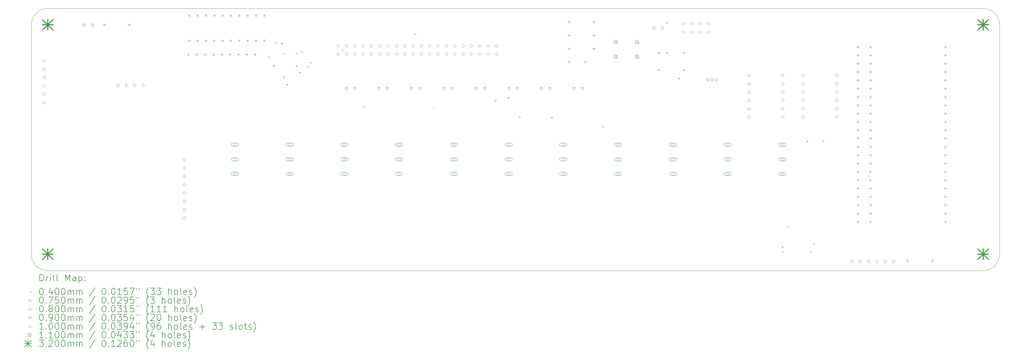
<source format=gbr>
%TF.GenerationSoftware,KiCad,Pcbnew,8.0.6*%
%TF.CreationDate,2025-04-19T20:02:07-05:00*%
%TF.ProjectId,front-panel.processor,66726f6e-742d-4706-916e-656c2e70726f,rev?*%
%TF.SameCoordinates,Original*%
%TF.FileFunction,Drillmap*%
%TF.FilePolarity,Positive*%
%FSLAX45Y45*%
G04 Gerber Fmt 4.5, Leading zero omitted, Abs format (unit mm)*
G04 Created by KiCad (PCBNEW 8.0.6) date 2025-04-19 20:02:07*
%MOMM*%
%LPD*%
G01*
G04 APERTURE LIST*
%ADD10C,0.050000*%
%ADD11C,0.200000*%
%ADD12C,0.100000*%
%ADD13C,0.110000*%
%ADD14C,0.320000*%
G04 APERTURE END LIST*
D10*
X4000000Y-23000000D02*
X32500000Y-23000000D01*
X3500000Y-15500000D02*
X3500000Y-22500000D01*
X32500000Y-15000000D02*
X4000000Y-15000000D01*
X33000000Y-22500000D02*
X33000000Y-15500000D01*
X32500000Y-15000000D02*
G75*
G02*
X33000000Y-15500000I0J-500000D01*
G01*
X4000000Y-23000000D02*
G75*
G02*
X3500000Y-22500000I0J500000D01*
G01*
X3500000Y-15500000D02*
G75*
G02*
X4000000Y-15000000I500000J0D01*
G01*
X33000000Y-22500000D02*
G75*
G02*
X32500000Y-23000000I-500000J0D01*
G01*
D11*
D12*
X10717170Y-16460580D02*
X10757170Y-16500580D01*
X10757170Y-16460580D02*
X10717170Y-16500580D01*
X10872970Y-16722030D02*
X10912970Y-16762030D01*
X10912970Y-16722030D02*
X10872970Y-16762030D01*
X10936200Y-16031470D02*
X10976200Y-16071470D01*
X10976200Y-16031470D02*
X10936200Y-16071470D01*
X11113330Y-16042400D02*
X11153330Y-16082400D01*
X11153330Y-16042400D02*
X11113330Y-16082400D01*
X11177040Y-17083150D02*
X11217040Y-17123150D01*
X11217040Y-17083150D02*
X11177040Y-17123150D01*
X11181610Y-16358190D02*
X11221610Y-16398190D01*
X11221610Y-16358190D02*
X11181610Y-16398190D01*
X11269640Y-17297630D02*
X11309640Y-17337630D01*
X11309640Y-17297630D02*
X11269640Y-17337630D01*
X11555090Y-16346590D02*
X11595090Y-16386590D01*
X11595090Y-16346590D02*
X11555090Y-16386590D01*
X11558210Y-16733150D02*
X11598210Y-16773150D01*
X11598210Y-16733150D02*
X11558210Y-16773150D01*
X11658450Y-16932770D02*
X11698450Y-16972770D01*
X11698450Y-16932770D02*
X11658450Y-16972770D01*
X11712070Y-16301580D02*
X11752070Y-16341580D01*
X11752070Y-16301580D02*
X11712070Y-16341580D01*
X11912450Y-16747400D02*
X11952450Y-16787400D01*
X11952450Y-16747400D02*
X11912450Y-16787400D01*
X11991160Y-16633820D02*
X12031160Y-16673820D01*
X12031160Y-16633820D02*
X11991160Y-16673820D01*
X12960460Y-16247750D02*
X13000460Y-16287750D01*
X13000460Y-16247750D02*
X12960460Y-16287750D01*
X13600480Y-17980290D02*
X13640480Y-18020290D01*
X13640480Y-17980290D02*
X13600480Y-18020290D01*
X15175800Y-15768690D02*
X15215800Y-15808690D01*
X15215800Y-15768690D02*
X15175800Y-15808690D01*
X15731910Y-18024430D02*
X15771910Y-18064430D01*
X15771910Y-18024430D02*
X15731910Y-18064430D01*
X17622330Y-17786450D02*
X17662330Y-17826450D01*
X17662330Y-17786450D02*
X17622330Y-17826450D01*
X18014290Y-17703710D02*
X18054290Y-17743710D01*
X18054290Y-17703710D02*
X18014290Y-17743710D01*
X18361040Y-18282010D02*
X18401040Y-18322010D01*
X18401040Y-18282010D02*
X18361040Y-18322010D01*
X19337440Y-18304860D02*
X19377440Y-18344860D01*
X19377440Y-18304860D02*
X19337440Y-18344860D01*
X20911810Y-18588880D02*
X20951810Y-18628880D01*
X20951810Y-18588880D02*
X20911810Y-18628880D01*
X22845290Y-16326390D02*
X22885290Y-16366390D01*
X22885290Y-16326390D02*
X22845290Y-16366390D01*
X22851710Y-15415740D02*
X22891710Y-15455740D01*
X22891710Y-15415740D02*
X22851710Y-15455740D01*
X23217880Y-17117220D02*
X23257880Y-17157220D01*
X23257880Y-17117220D02*
X23217880Y-17157220D01*
X26364960Y-22256950D02*
X26404960Y-22296950D01*
X26404960Y-22256950D02*
X26364960Y-22296950D01*
X26365180Y-22408510D02*
X26405180Y-22448510D01*
X26405180Y-22408510D02*
X26365180Y-22448510D01*
X26524300Y-21629620D02*
X26564300Y-21669620D01*
X26564300Y-21629620D02*
X26524300Y-21669620D01*
X27118460Y-19031730D02*
X27158460Y-19071730D01*
X27158460Y-19031730D02*
X27118460Y-19071730D01*
X27243140Y-22405220D02*
X27283140Y-22445220D01*
X27283140Y-22405220D02*
X27243140Y-22445220D01*
X27330420Y-22166170D02*
X27370420Y-22206170D01*
X27370420Y-22166170D02*
X27330420Y-22206170D01*
X27615440Y-19019390D02*
X27655440Y-19059390D01*
X27655440Y-19019390D02*
X27615440Y-19059390D01*
X28990570Y-20089190D02*
X29030570Y-20129190D01*
X29030570Y-20089190D02*
X28990570Y-20129190D01*
X24147060Y-17173680D02*
G75*
G02*
X24072060Y-17173680I-37500J0D01*
G01*
X24072060Y-17173680D02*
G75*
G02*
X24147060Y-17173680I37500J0D01*
G01*
X24274060Y-17173680D02*
G75*
G02*
X24199060Y-17173680I-37500J0D01*
G01*
X24199060Y-17173680D02*
G75*
G02*
X24274060Y-17173680I37500J0D01*
G01*
X24401060Y-17173680D02*
G75*
G02*
X24326060Y-17173680I-37500J0D01*
G01*
X24326060Y-17173680D02*
G75*
G02*
X24401060Y-17173680I37500J0D01*
G01*
X5719000Y-15460000D02*
X5719000Y-15540000D01*
X5679000Y-15500000D02*
X5759000Y-15500000D01*
X6481000Y-15460000D02*
X6481000Y-15540000D01*
X6441000Y-15500000D02*
X6521000Y-15500000D01*
X8282500Y-16360000D02*
X8282500Y-16440000D01*
X8242500Y-16400000D02*
X8322500Y-16400000D01*
X8307500Y-15178000D02*
X8307500Y-15258000D01*
X8267500Y-15218000D02*
X8347500Y-15218000D01*
X8307500Y-15940000D02*
X8307500Y-16020000D01*
X8267500Y-15980000D02*
X8347500Y-15980000D01*
X8536500Y-16360000D02*
X8536500Y-16440000D01*
X8496500Y-16400000D02*
X8576500Y-16400000D01*
X8561500Y-15178000D02*
X8561500Y-15258000D01*
X8521500Y-15218000D02*
X8601500Y-15218000D01*
X8561500Y-15940000D02*
X8561500Y-16020000D01*
X8521500Y-15980000D02*
X8601500Y-15980000D01*
X8790500Y-16360000D02*
X8790500Y-16440000D01*
X8750500Y-16400000D02*
X8830500Y-16400000D01*
X8815500Y-15178000D02*
X8815500Y-15258000D01*
X8775500Y-15218000D02*
X8855500Y-15218000D01*
X8815500Y-15940000D02*
X8815500Y-16020000D01*
X8775500Y-15980000D02*
X8855500Y-15980000D01*
X9044500Y-16360000D02*
X9044500Y-16440000D01*
X9004500Y-16400000D02*
X9084500Y-16400000D01*
X9069500Y-15178000D02*
X9069500Y-15258000D01*
X9029500Y-15218000D02*
X9109500Y-15218000D01*
X9069500Y-15940000D02*
X9069500Y-16020000D01*
X9029500Y-15980000D02*
X9109500Y-15980000D01*
X9298500Y-16360000D02*
X9298500Y-16440000D01*
X9258500Y-16400000D02*
X9338500Y-16400000D01*
X9323500Y-15178000D02*
X9323500Y-15258000D01*
X9283500Y-15218000D02*
X9363500Y-15218000D01*
X9323500Y-15940000D02*
X9323500Y-16020000D01*
X9283500Y-15980000D02*
X9363500Y-15980000D01*
X9552500Y-16360000D02*
X9552500Y-16440000D01*
X9512500Y-16400000D02*
X9592500Y-16400000D01*
X9577500Y-15178000D02*
X9577500Y-15258000D01*
X9537500Y-15218000D02*
X9617500Y-15218000D01*
X9577500Y-15940000D02*
X9577500Y-16020000D01*
X9537500Y-15980000D02*
X9617500Y-15980000D01*
X9806500Y-16360000D02*
X9806500Y-16440000D01*
X9766500Y-16400000D02*
X9846500Y-16400000D01*
X9831500Y-15178000D02*
X9831500Y-15258000D01*
X9791500Y-15218000D02*
X9871500Y-15218000D01*
X9831500Y-15940000D02*
X9831500Y-16020000D01*
X9791500Y-15980000D02*
X9871500Y-15980000D01*
X10060500Y-16360000D02*
X10060500Y-16440000D01*
X10020500Y-16400000D02*
X10100500Y-16400000D01*
X10085500Y-15178000D02*
X10085500Y-15258000D01*
X10045500Y-15218000D02*
X10125500Y-15218000D01*
X10085500Y-15940000D02*
X10085500Y-16020000D01*
X10045500Y-15980000D02*
X10125500Y-15980000D01*
X10314500Y-16360000D02*
X10314500Y-16440000D01*
X10274500Y-16400000D02*
X10354500Y-16400000D01*
X10339500Y-15178000D02*
X10339500Y-15258000D01*
X10299500Y-15218000D02*
X10379500Y-15218000D01*
X10339500Y-15940000D02*
X10339500Y-16020000D01*
X10299500Y-15980000D02*
X10379500Y-15980000D01*
X10593500Y-15178000D02*
X10593500Y-15258000D01*
X10553500Y-15218000D02*
X10633500Y-15218000D01*
X10593500Y-15940000D02*
X10593500Y-16020000D01*
X10553500Y-15980000D02*
X10633500Y-15980000D01*
X19875760Y-15372140D02*
X19875760Y-15452140D01*
X19835760Y-15412140D02*
X19915760Y-15412140D01*
X19875760Y-15777140D02*
X19875760Y-15857140D01*
X19835760Y-15817140D02*
X19915760Y-15817140D01*
X19875760Y-16182140D02*
X19875760Y-16262140D01*
X19835760Y-16222140D02*
X19915760Y-16222140D01*
X19875760Y-16587140D02*
X19875760Y-16667140D01*
X19835760Y-16627140D02*
X19915760Y-16627140D01*
X20375760Y-16587140D02*
X20375760Y-16667140D01*
X20335760Y-16627140D02*
X20415760Y-16627140D01*
X20637760Y-15372140D02*
X20637760Y-15452140D01*
X20597760Y-15412140D02*
X20677760Y-15412140D01*
X20637760Y-15777140D02*
X20637760Y-15857140D01*
X20597760Y-15817140D02*
X20677760Y-15817140D01*
X20637760Y-16182140D02*
X20637760Y-16262140D01*
X20597760Y-16222140D02*
X20677760Y-16222140D01*
X22613500Y-16310280D02*
X22613500Y-16390280D01*
X22573500Y-16350280D02*
X22653500Y-16350280D01*
X22618580Y-16836060D02*
X22618580Y-16916060D01*
X22578580Y-16876060D02*
X22658580Y-16876060D01*
X23375500Y-16310280D02*
X23375500Y-16390280D01*
X23335500Y-16350280D02*
X23415500Y-16350280D01*
X23380580Y-16836060D02*
X23380580Y-16916060D01*
X23340580Y-16876060D02*
X23420580Y-16876060D01*
X28684100Y-16132190D02*
X28684100Y-16212190D01*
X28644100Y-16172190D02*
X28724100Y-16172190D01*
X28684100Y-16386190D02*
X28684100Y-16466190D01*
X28644100Y-16426190D02*
X28724100Y-16426190D01*
X28684100Y-16640190D02*
X28684100Y-16720190D01*
X28644100Y-16680190D02*
X28724100Y-16680190D01*
X28684100Y-16894190D02*
X28684100Y-16974190D01*
X28644100Y-16934190D02*
X28724100Y-16934190D01*
X28684100Y-17148190D02*
X28684100Y-17228190D01*
X28644100Y-17188190D02*
X28724100Y-17188190D01*
X28684100Y-17402190D02*
X28684100Y-17482190D01*
X28644100Y-17442190D02*
X28724100Y-17442190D01*
X28684100Y-17656190D02*
X28684100Y-17736190D01*
X28644100Y-17696190D02*
X28724100Y-17696190D01*
X28684100Y-17910190D02*
X28684100Y-17990190D01*
X28644100Y-17950190D02*
X28724100Y-17950190D01*
X28684100Y-18164190D02*
X28684100Y-18244190D01*
X28644100Y-18204190D02*
X28724100Y-18204190D01*
X28684100Y-18418190D02*
X28684100Y-18498190D01*
X28644100Y-18458190D02*
X28724100Y-18458190D01*
X28684100Y-18672190D02*
X28684100Y-18752190D01*
X28644100Y-18712190D02*
X28724100Y-18712190D01*
X28684100Y-18926190D02*
X28684100Y-19006190D01*
X28644100Y-18966190D02*
X28724100Y-18966190D01*
X28684100Y-19180190D02*
X28684100Y-19260190D01*
X28644100Y-19220190D02*
X28724100Y-19220190D01*
X28684100Y-19434190D02*
X28684100Y-19514190D01*
X28644100Y-19474190D02*
X28724100Y-19474190D01*
X28684100Y-19688190D02*
X28684100Y-19768190D01*
X28644100Y-19728190D02*
X28724100Y-19728190D01*
X28684100Y-19942190D02*
X28684100Y-20022190D01*
X28644100Y-19982190D02*
X28724100Y-19982190D01*
X28684100Y-20196190D02*
X28684100Y-20276190D01*
X28644100Y-20236190D02*
X28724100Y-20236190D01*
X28684100Y-20450190D02*
X28684100Y-20530190D01*
X28644100Y-20490190D02*
X28724100Y-20490190D01*
X28684100Y-20704190D02*
X28684100Y-20784190D01*
X28644100Y-20744190D02*
X28724100Y-20744190D01*
X28684100Y-20958190D02*
X28684100Y-21038190D01*
X28644100Y-20998190D02*
X28724100Y-20998190D01*
X28684100Y-21212190D02*
X28684100Y-21292190D01*
X28644100Y-21252190D02*
X28724100Y-21252190D01*
X28684100Y-21466190D02*
X28684100Y-21546190D01*
X28644100Y-21506190D02*
X28724100Y-21506190D01*
X29065100Y-16132190D02*
X29065100Y-16212190D01*
X29025100Y-16172190D02*
X29105100Y-16172190D01*
X29065100Y-16386190D02*
X29065100Y-16466190D01*
X29025100Y-16426190D02*
X29105100Y-16426190D01*
X29065100Y-16640190D02*
X29065100Y-16720190D01*
X29025100Y-16680190D02*
X29105100Y-16680190D01*
X29065100Y-16894190D02*
X29065100Y-16974190D01*
X29025100Y-16934190D02*
X29105100Y-16934190D01*
X29065100Y-17148190D02*
X29065100Y-17228190D01*
X29025100Y-17188190D02*
X29105100Y-17188190D01*
X29065100Y-17402190D02*
X29065100Y-17482190D01*
X29025100Y-17442190D02*
X29105100Y-17442190D01*
X29065100Y-17656190D02*
X29065100Y-17736190D01*
X29025100Y-17696190D02*
X29105100Y-17696190D01*
X29065100Y-17910190D02*
X29065100Y-17990190D01*
X29025100Y-17950190D02*
X29105100Y-17950190D01*
X29065100Y-18164190D02*
X29065100Y-18244190D01*
X29025100Y-18204190D02*
X29105100Y-18204190D01*
X29065100Y-18418190D02*
X29065100Y-18498190D01*
X29025100Y-18458190D02*
X29105100Y-18458190D01*
X29065100Y-18672190D02*
X29065100Y-18752190D01*
X29025100Y-18712190D02*
X29105100Y-18712190D01*
X29065100Y-18926190D02*
X29065100Y-19006190D01*
X29025100Y-18966190D02*
X29105100Y-18966190D01*
X29065100Y-19180190D02*
X29065100Y-19260190D01*
X29025100Y-19220190D02*
X29105100Y-19220190D01*
X29065100Y-19434190D02*
X29065100Y-19514190D01*
X29025100Y-19474190D02*
X29105100Y-19474190D01*
X29065100Y-19688190D02*
X29065100Y-19768190D01*
X29025100Y-19728190D02*
X29105100Y-19728190D01*
X29065100Y-19942190D02*
X29065100Y-20022190D01*
X29025100Y-19982190D02*
X29105100Y-19982190D01*
X29065100Y-20196190D02*
X29065100Y-20276190D01*
X29025100Y-20236190D02*
X29105100Y-20236190D01*
X29065100Y-20450190D02*
X29065100Y-20530190D01*
X29025100Y-20490190D02*
X29105100Y-20490190D01*
X29065100Y-20704190D02*
X29065100Y-20784190D01*
X29025100Y-20744190D02*
X29105100Y-20744190D01*
X29065100Y-20958190D02*
X29065100Y-21038190D01*
X29025100Y-20998190D02*
X29105100Y-20998190D01*
X29065100Y-21212190D02*
X29065100Y-21292190D01*
X29025100Y-21252190D02*
X29105100Y-21252190D01*
X29065100Y-21466190D02*
X29065100Y-21546190D01*
X29025100Y-21506190D02*
X29105100Y-21506190D01*
X30190320Y-22662820D02*
X30190320Y-22742820D01*
X30150320Y-22702820D02*
X30230320Y-22702820D01*
X30952320Y-22662820D02*
X30952320Y-22742820D01*
X30912320Y-22702820D02*
X30992320Y-22702820D01*
X31351100Y-16132190D02*
X31351100Y-16212190D01*
X31311100Y-16172190D02*
X31391100Y-16172190D01*
X31351100Y-16386190D02*
X31351100Y-16466190D01*
X31311100Y-16426190D02*
X31391100Y-16426190D01*
X31351100Y-16640190D02*
X31351100Y-16720190D01*
X31311100Y-16680190D02*
X31391100Y-16680190D01*
X31351100Y-16894190D02*
X31351100Y-16974190D01*
X31311100Y-16934190D02*
X31391100Y-16934190D01*
X31351100Y-17148190D02*
X31351100Y-17228190D01*
X31311100Y-17188190D02*
X31391100Y-17188190D01*
X31351100Y-17402190D02*
X31351100Y-17482190D01*
X31311100Y-17442190D02*
X31391100Y-17442190D01*
X31351100Y-17656190D02*
X31351100Y-17736190D01*
X31311100Y-17696190D02*
X31391100Y-17696190D01*
X31351100Y-17910190D02*
X31351100Y-17990190D01*
X31311100Y-17950190D02*
X31391100Y-17950190D01*
X31351100Y-18164190D02*
X31351100Y-18244190D01*
X31311100Y-18204190D02*
X31391100Y-18204190D01*
X31351100Y-18418190D02*
X31351100Y-18498190D01*
X31311100Y-18458190D02*
X31391100Y-18458190D01*
X31351100Y-18672190D02*
X31351100Y-18752190D01*
X31311100Y-18712190D02*
X31391100Y-18712190D01*
X31351100Y-18926190D02*
X31351100Y-19006190D01*
X31311100Y-18966190D02*
X31391100Y-18966190D01*
X31351100Y-19180190D02*
X31351100Y-19260190D01*
X31311100Y-19220190D02*
X31391100Y-19220190D01*
X31351100Y-19434190D02*
X31351100Y-19514190D01*
X31311100Y-19474190D02*
X31391100Y-19474190D01*
X31351100Y-19688190D02*
X31351100Y-19768190D01*
X31311100Y-19728190D02*
X31391100Y-19728190D01*
X31351100Y-19942190D02*
X31351100Y-20022190D01*
X31311100Y-19982190D02*
X31391100Y-19982190D01*
X31351100Y-20196190D02*
X31351100Y-20276190D01*
X31311100Y-20236190D02*
X31391100Y-20236190D01*
X31351100Y-20450190D02*
X31351100Y-20530190D01*
X31311100Y-20490190D02*
X31391100Y-20490190D01*
X31351100Y-20704190D02*
X31351100Y-20784190D01*
X31311100Y-20744190D02*
X31391100Y-20744190D01*
X31351468Y-20957918D02*
X31351468Y-21037918D01*
X31311468Y-20997918D02*
X31391468Y-20997918D01*
X31351468Y-21211918D02*
X31351468Y-21291918D01*
X31311468Y-21251918D02*
X31391468Y-21251918D01*
X31351468Y-21465918D02*
X31351468Y-21545918D01*
X31311468Y-21505918D02*
X31391468Y-21505918D01*
X5131820Y-15531820D02*
X5131820Y-15468180D01*
X5068180Y-15468180D01*
X5068180Y-15531820D01*
X5131820Y-15531820D01*
X5385820Y-15531820D02*
X5385820Y-15468180D01*
X5322180Y-15468180D01*
X5322180Y-15531820D01*
X5385820Y-15531820D01*
X13124370Y-17464520D02*
X13124370Y-17400880D01*
X13060730Y-17400880D01*
X13060730Y-17464520D01*
X13124370Y-17464520D01*
X13378370Y-17464520D02*
X13378370Y-17400880D01*
X13314730Y-17400880D01*
X13314730Y-17464520D01*
X13378370Y-17464520D01*
X14114960Y-17464520D02*
X14114960Y-17400880D01*
X14051320Y-17400880D01*
X14051320Y-17464520D01*
X14114960Y-17464520D01*
X14368960Y-17464520D02*
X14368960Y-17400880D01*
X14305320Y-17400880D01*
X14305320Y-17464520D01*
X14368960Y-17464520D01*
X15105550Y-17464700D02*
X15105550Y-17401060D01*
X15041910Y-17401060D01*
X15041910Y-17464700D01*
X15105550Y-17464700D01*
X15359550Y-17464700D02*
X15359550Y-17401060D01*
X15295910Y-17401060D01*
X15295910Y-17464700D01*
X15359550Y-17464700D01*
X16096130Y-17464520D02*
X16096130Y-17400880D01*
X16032490Y-17400880D01*
X16032490Y-17464520D01*
X16096130Y-17464520D01*
X16350130Y-17464520D02*
X16350130Y-17400880D01*
X16286490Y-17400880D01*
X16286490Y-17464520D01*
X16350130Y-17464520D01*
X17086720Y-17464520D02*
X17086720Y-17400880D01*
X17023080Y-17400880D01*
X17023080Y-17464520D01*
X17086720Y-17464520D01*
X17340720Y-17464520D02*
X17340720Y-17400880D01*
X17277080Y-17400880D01*
X17277080Y-17464520D01*
X17340720Y-17464520D01*
X18077310Y-17464750D02*
X18077310Y-17401110D01*
X18013670Y-17401110D01*
X18013670Y-17464750D01*
X18077310Y-17464750D01*
X18331310Y-17464750D02*
X18331310Y-17401110D01*
X18267670Y-17401110D01*
X18267670Y-17464750D01*
X18331310Y-17464750D01*
X19067900Y-17464700D02*
X19067900Y-17401060D01*
X19004260Y-17401060D01*
X19004260Y-17464700D01*
X19067900Y-17464700D01*
X19321900Y-17464700D02*
X19321900Y-17401060D01*
X19258260Y-17401060D01*
X19258260Y-17464700D01*
X19321900Y-17464700D01*
X20058480Y-17464520D02*
X20058480Y-17400880D01*
X19994840Y-17400880D01*
X19994840Y-17464520D01*
X20058480Y-17464520D01*
X20312480Y-17464520D02*
X20312480Y-17400880D01*
X20248840Y-17400880D01*
X20248840Y-17464520D01*
X20312480Y-17464520D01*
X22500040Y-15627720D02*
X22500040Y-15564080D01*
X22436400Y-15564080D01*
X22436400Y-15627720D01*
X22500040Y-15627720D01*
X22754040Y-15627720D02*
X22754040Y-15564080D01*
X22690400Y-15564080D01*
X22690400Y-15627720D01*
X22754040Y-15627720D01*
X3893700Y-16649200D02*
X3943700Y-16599200D01*
X3893700Y-16549200D01*
X3843700Y-16599200D01*
X3893700Y-16649200D01*
X3893700Y-16903200D02*
X3943700Y-16853200D01*
X3893700Y-16803200D01*
X3843700Y-16853200D01*
X3893700Y-16903200D01*
X3893700Y-17157200D02*
X3943700Y-17107200D01*
X3893700Y-17057200D01*
X3843700Y-17107200D01*
X3893700Y-17157200D01*
X3893700Y-17411200D02*
X3943700Y-17361200D01*
X3893700Y-17311200D01*
X3843700Y-17361200D01*
X3893700Y-17411200D01*
X3893700Y-17665200D02*
X3943700Y-17615200D01*
X3893700Y-17565200D01*
X3843700Y-17615200D01*
X3893700Y-17665200D01*
X3893700Y-17919200D02*
X3943700Y-17869200D01*
X3893700Y-17819200D01*
X3843700Y-17869200D01*
X3893700Y-17919200D01*
X6138000Y-17390000D02*
X6188000Y-17340000D01*
X6138000Y-17290000D01*
X6088000Y-17340000D01*
X6138000Y-17390000D01*
X6392000Y-17390000D02*
X6442000Y-17340000D01*
X6392000Y-17290000D01*
X6342000Y-17340000D01*
X6392000Y-17390000D01*
X6646000Y-17390000D02*
X6696000Y-17340000D01*
X6646000Y-17290000D01*
X6596000Y-17340000D01*
X6646000Y-17390000D01*
X6900000Y-17390000D02*
X6950000Y-17340000D01*
X6900000Y-17290000D01*
X6850000Y-17340000D01*
X6900000Y-17390000D01*
X8155820Y-19659100D02*
X8205820Y-19609100D01*
X8155820Y-19559100D01*
X8105820Y-19609100D01*
X8155820Y-19659100D01*
X8155820Y-19913100D02*
X8205820Y-19863100D01*
X8155820Y-19813100D01*
X8105820Y-19863100D01*
X8155820Y-19913100D01*
X8155820Y-20167100D02*
X8205820Y-20117100D01*
X8155820Y-20067100D01*
X8105820Y-20117100D01*
X8155820Y-20167100D01*
X8155820Y-20421100D02*
X8205820Y-20371100D01*
X8155820Y-20321100D01*
X8105820Y-20371100D01*
X8155820Y-20421100D01*
X8155820Y-20675100D02*
X8205820Y-20625100D01*
X8155820Y-20575100D01*
X8105820Y-20625100D01*
X8155820Y-20675100D01*
X8155820Y-20929100D02*
X8205820Y-20879100D01*
X8155820Y-20829100D01*
X8105820Y-20879100D01*
X8155820Y-20929100D01*
X8155820Y-21183100D02*
X8205820Y-21133100D01*
X8155820Y-21083100D01*
X8105820Y-21133100D01*
X8155820Y-21183100D01*
X8155820Y-21437100D02*
X8205820Y-21387100D01*
X8155820Y-21337100D01*
X8105820Y-21387100D01*
X8155820Y-21437100D01*
X9700000Y-19205000D02*
X9750000Y-19155000D01*
X9700000Y-19105000D01*
X9650000Y-19155000D01*
X9700000Y-19205000D01*
X9635000Y-19205000D02*
X9765000Y-19205000D01*
X9765000Y-19105000D02*
G75*
G02*
X9765000Y-19205000I0J-50000D01*
G01*
X9765000Y-19105000D02*
X9635000Y-19105000D01*
X9635000Y-19105000D02*
G75*
G03*
X9635000Y-19205000I0J-50000D01*
G01*
X9700000Y-19650000D02*
X9750000Y-19600000D01*
X9700000Y-19550000D01*
X9650000Y-19600000D01*
X9700000Y-19650000D01*
X9635000Y-19650000D02*
X9765000Y-19650000D01*
X9765000Y-19550000D02*
G75*
G02*
X9765000Y-19650000I0J-50000D01*
G01*
X9765000Y-19550000D02*
X9635000Y-19550000D01*
X9635000Y-19550000D02*
G75*
G03*
X9635000Y-19650000I0J-50000D01*
G01*
X9700000Y-20095000D02*
X9750000Y-20045000D01*
X9700000Y-19995000D01*
X9650000Y-20045000D01*
X9700000Y-20095000D01*
X9635000Y-20095000D02*
X9765000Y-20095000D01*
X9765000Y-19995000D02*
G75*
G02*
X9765000Y-20095000I0J-50000D01*
G01*
X9765000Y-19995000D02*
X9635000Y-19995000D01*
X9635000Y-19995000D02*
G75*
G03*
X9635000Y-20095000I0J-50000D01*
G01*
X11368100Y-19205000D02*
X11418100Y-19155000D01*
X11368100Y-19105000D01*
X11318100Y-19155000D01*
X11368100Y-19205000D01*
X11303100Y-19205000D02*
X11433100Y-19205000D01*
X11433100Y-19105000D02*
G75*
G02*
X11433100Y-19205000I0J-50000D01*
G01*
X11433100Y-19105000D02*
X11303100Y-19105000D01*
X11303100Y-19105000D02*
G75*
G03*
X11303100Y-19205000I0J-50000D01*
G01*
X11368100Y-19650000D02*
X11418100Y-19600000D01*
X11368100Y-19550000D01*
X11318100Y-19600000D01*
X11368100Y-19650000D01*
X11303100Y-19650000D02*
X11433100Y-19650000D01*
X11433100Y-19550000D02*
G75*
G02*
X11433100Y-19650000I0J-50000D01*
G01*
X11433100Y-19550000D02*
X11303100Y-19550000D01*
X11303100Y-19550000D02*
G75*
G03*
X11303100Y-19650000I0J-50000D01*
G01*
X11368100Y-20095000D02*
X11418100Y-20045000D01*
X11368100Y-19995000D01*
X11318100Y-20045000D01*
X11368100Y-20095000D01*
X11303100Y-20095000D02*
X11433100Y-20095000D01*
X11433100Y-19995000D02*
G75*
G02*
X11433100Y-20095000I0J-50000D01*
G01*
X11433100Y-19995000D02*
X11303100Y-19995000D01*
X11303100Y-19995000D02*
G75*
G03*
X11303100Y-20095000I0J-50000D01*
G01*
X12837000Y-16190750D02*
X12887000Y-16140750D01*
X12837000Y-16090750D01*
X12787000Y-16140750D01*
X12837000Y-16190750D01*
X12837000Y-16444750D02*
X12887000Y-16394750D01*
X12837000Y-16344750D01*
X12787000Y-16394750D01*
X12837000Y-16444750D01*
X13036200Y-19205000D02*
X13086200Y-19155000D01*
X13036200Y-19105000D01*
X12986200Y-19155000D01*
X13036200Y-19205000D01*
X12971200Y-19205000D02*
X13101200Y-19205000D01*
X13101200Y-19105000D02*
G75*
G02*
X13101200Y-19205000I0J-50000D01*
G01*
X13101200Y-19105000D02*
X12971200Y-19105000D01*
X12971200Y-19105000D02*
G75*
G03*
X12971200Y-19205000I0J-50000D01*
G01*
X13036200Y-19650000D02*
X13086200Y-19600000D01*
X13036200Y-19550000D01*
X12986200Y-19600000D01*
X13036200Y-19650000D01*
X12971200Y-19650000D02*
X13101200Y-19650000D01*
X13101200Y-19550000D02*
G75*
G02*
X13101200Y-19650000I0J-50000D01*
G01*
X13101200Y-19550000D02*
X12971200Y-19550000D01*
X12971200Y-19550000D02*
G75*
G03*
X12971200Y-19650000I0J-50000D01*
G01*
X13036200Y-20095000D02*
X13086200Y-20045000D01*
X13036200Y-19995000D01*
X12986200Y-20045000D01*
X13036200Y-20095000D01*
X12971200Y-20095000D02*
X13101200Y-20095000D01*
X13101200Y-19995000D02*
G75*
G02*
X13101200Y-20095000I0J-50000D01*
G01*
X13101200Y-19995000D02*
X12971200Y-19995000D01*
X12971200Y-19995000D02*
G75*
G03*
X12971200Y-20095000I0J-50000D01*
G01*
X13091000Y-16190750D02*
X13141000Y-16140750D01*
X13091000Y-16090750D01*
X13041000Y-16140750D01*
X13091000Y-16190750D01*
X13091000Y-16444750D02*
X13141000Y-16394750D01*
X13091000Y-16344750D01*
X13041000Y-16394750D01*
X13091000Y-16444750D01*
X13345000Y-16190750D02*
X13395000Y-16140750D01*
X13345000Y-16090750D01*
X13295000Y-16140750D01*
X13345000Y-16190750D01*
X13345000Y-16444750D02*
X13395000Y-16394750D01*
X13345000Y-16344750D01*
X13295000Y-16394750D01*
X13345000Y-16444750D01*
X13599000Y-16190750D02*
X13649000Y-16140750D01*
X13599000Y-16090750D01*
X13549000Y-16140750D01*
X13599000Y-16190750D01*
X13599000Y-16444750D02*
X13649000Y-16394750D01*
X13599000Y-16344750D01*
X13549000Y-16394750D01*
X13599000Y-16444750D01*
X13853000Y-16190750D02*
X13903000Y-16140750D01*
X13853000Y-16090750D01*
X13803000Y-16140750D01*
X13853000Y-16190750D01*
X13853000Y-16444750D02*
X13903000Y-16394750D01*
X13853000Y-16344750D01*
X13803000Y-16394750D01*
X13853000Y-16444750D01*
X14107000Y-16190750D02*
X14157000Y-16140750D01*
X14107000Y-16090750D01*
X14057000Y-16140750D01*
X14107000Y-16190750D01*
X14107000Y-16444750D02*
X14157000Y-16394750D01*
X14107000Y-16344750D01*
X14057000Y-16394750D01*
X14107000Y-16444750D01*
X14361000Y-16190750D02*
X14411000Y-16140750D01*
X14361000Y-16090750D01*
X14311000Y-16140750D01*
X14361000Y-16190750D01*
X14361000Y-16444750D02*
X14411000Y-16394750D01*
X14361000Y-16344750D01*
X14311000Y-16394750D01*
X14361000Y-16444750D01*
X14615000Y-16190750D02*
X14665000Y-16140750D01*
X14615000Y-16090750D01*
X14565000Y-16140750D01*
X14615000Y-16190750D01*
X14615000Y-16444750D02*
X14665000Y-16394750D01*
X14615000Y-16344750D01*
X14565000Y-16394750D01*
X14615000Y-16444750D01*
X14704300Y-19205000D02*
X14754300Y-19155000D01*
X14704300Y-19105000D01*
X14654300Y-19155000D01*
X14704300Y-19205000D01*
X14639300Y-19205000D02*
X14769300Y-19205000D01*
X14769300Y-19105000D02*
G75*
G02*
X14769300Y-19205000I0J-50000D01*
G01*
X14769300Y-19105000D02*
X14639300Y-19105000D01*
X14639300Y-19105000D02*
G75*
G03*
X14639300Y-19205000I0J-50000D01*
G01*
X14704300Y-19650000D02*
X14754300Y-19600000D01*
X14704300Y-19550000D01*
X14654300Y-19600000D01*
X14704300Y-19650000D01*
X14639300Y-19650000D02*
X14769300Y-19650000D01*
X14769300Y-19550000D02*
G75*
G02*
X14769300Y-19650000I0J-50000D01*
G01*
X14769300Y-19550000D02*
X14639300Y-19550000D01*
X14639300Y-19550000D02*
G75*
G03*
X14639300Y-19650000I0J-50000D01*
G01*
X14704300Y-20095000D02*
X14754300Y-20045000D01*
X14704300Y-19995000D01*
X14654300Y-20045000D01*
X14704300Y-20095000D01*
X14639300Y-20095000D02*
X14769300Y-20095000D01*
X14769300Y-19995000D02*
G75*
G02*
X14769300Y-20095000I0J-50000D01*
G01*
X14769300Y-19995000D02*
X14639300Y-19995000D01*
X14639300Y-19995000D02*
G75*
G03*
X14639300Y-20095000I0J-50000D01*
G01*
X14869000Y-16190750D02*
X14919000Y-16140750D01*
X14869000Y-16090750D01*
X14819000Y-16140750D01*
X14869000Y-16190750D01*
X14869000Y-16444750D02*
X14919000Y-16394750D01*
X14869000Y-16344750D01*
X14819000Y-16394750D01*
X14869000Y-16444750D01*
X15123000Y-16190750D02*
X15173000Y-16140750D01*
X15123000Y-16090750D01*
X15073000Y-16140750D01*
X15123000Y-16190750D01*
X15123000Y-16444750D02*
X15173000Y-16394750D01*
X15123000Y-16344750D01*
X15073000Y-16394750D01*
X15123000Y-16444750D01*
X15377000Y-16190750D02*
X15427000Y-16140750D01*
X15377000Y-16090750D01*
X15327000Y-16140750D01*
X15377000Y-16190750D01*
X15377000Y-16444750D02*
X15427000Y-16394750D01*
X15377000Y-16344750D01*
X15327000Y-16394750D01*
X15377000Y-16444750D01*
X15631000Y-16190750D02*
X15681000Y-16140750D01*
X15631000Y-16090750D01*
X15581000Y-16140750D01*
X15631000Y-16190750D01*
X15631000Y-16444750D02*
X15681000Y-16394750D01*
X15631000Y-16344750D01*
X15581000Y-16394750D01*
X15631000Y-16444750D01*
X15885000Y-16190750D02*
X15935000Y-16140750D01*
X15885000Y-16090750D01*
X15835000Y-16140750D01*
X15885000Y-16190750D01*
X15885000Y-16444750D02*
X15935000Y-16394750D01*
X15885000Y-16344750D01*
X15835000Y-16394750D01*
X15885000Y-16444750D01*
X16139000Y-16190750D02*
X16189000Y-16140750D01*
X16139000Y-16090750D01*
X16089000Y-16140750D01*
X16139000Y-16190750D01*
X16139000Y-16444750D02*
X16189000Y-16394750D01*
X16139000Y-16344750D01*
X16089000Y-16394750D01*
X16139000Y-16444750D01*
X16372400Y-19205000D02*
X16422400Y-19155000D01*
X16372400Y-19105000D01*
X16322400Y-19155000D01*
X16372400Y-19205000D01*
X16307400Y-19205000D02*
X16437400Y-19205000D01*
X16437400Y-19105000D02*
G75*
G02*
X16437400Y-19205000I0J-50000D01*
G01*
X16437400Y-19105000D02*
X16307400Y-19105000D01*
X16307400Y-19105000D02*
G75*
G03*
X16307400Y-19205000I0J-50000D01*
G01*
X16372400Y-19650000D02*
X16422400Y-19600000D01*
X16372400Y-19550000D01*
X16322400Y-19600000D01*
X16372400Y-19650000D01*
X16307400Y-19650000D02*
X16437400Y-19650000D01*
X16437400Y-19550000D02*
G75*
G02*
X16437400Y-19650000I0J-50000D01*
G01*
X16437400Y-19550000D02*
X16307400Y-19550000D01*
X16307400Y-19550000D02*
G75*
G03*
X16307400Y-19650000I0J-50000D01*
G01*
X16372400Y-20095000D02*
X16422400Y-20045000D01*
X16372400Y-19995000D01*
X16322400Y-20045000D01*
X16372400Y-20095000D01*
X16307400Y-20095000D02*
X16437400Y-20095000D01*
X16437400Y-19995000D02*
G75*
G02*
X16437400Y-20095000I0J-50000D01*
G01*
X16437400Y-19995000D02*
X16307400Y-19995000D01*
X16307400Y-19995000D02*
G75*
G03*
X16307400Y-20095000I0J-50000D01*
G01*
X16393000Y-16190750D02*
X16443000Y-16140750D01*
X16393000Y-16090750D01*
X16343000Y-16140750D01*
X16393000Y-16190750D01*
X16393000Y-16444750D02*
X16443000Y-16394750D01*
X16393000Y-16344750D01*
X16343000Y-16394750D01*
X16393000Y-16444750D01*
X16647000Y-16190750D02*
X16697000Y-16140750D01*
X16647000Y-16090750D01*
X16597000Y-16140750D01*
X16647000Y-16190750D01*
X16647000Y-16444750D02*
X16697000Y-16394750D01*
X16647000Y-16344750D01*
X16597000Y-16394750D01*
X16647000Y-16444750D01*
X16901000Y-16190750D02*
X16951000Y-16140750D01*
X16901000Y-16090750D01*
X16851000Y-16140750D01*
X16901000Y-16190750D01*
X16901000Y-16444750D02*
X16951000Y-16394750D01*
X16901000Y-16344750D01*
X16851000Y-16394750D01*
X16901000Y-16444750D01*
X17155000Y-16190750D02*
X17205000Y-16140750D01*
X17155000Y-16090750D01*
X17105000Y-16140750D01*
X17155000Y-16190750D01*
X17155000Y-16444750D02*
X17205000Y-16394750D01*
X17155000Y-16344750D01*
X17105000Y-16394750D01*
X17155000Y-16444750D01*
X17409000Y-16190750D02*
X17459000Y-16140750D01*
X17409000Y-16090750D01*
X17359000Y-16140750D01*
X17409000Y-16190750D01*
X17409000Y-16444750D02*
X17459000Y-16394750D01*
X17409000Y-16344750D01*
X17359000Y-16394750D01*
X17409000Y-16444750D01*
X17663000Y-16190750D02*
X17713000Y-16140750D01*
X17663000Y-16090750D01*
X17613000Y-16140750D01*
X17663000Y-16190750D01*
X17663000Y-16444750D02*
X17713000Y-16394750D01*
X17663000Y-16344750D01*
X17613000Y-16394750D01*
X17663000Y-16444750D01*
X18040500Y-19205000D02*
X18090500Y-19155000D01*
X18040500Y-19105000D01*
X17990500Y-19155000D01*
X18040500Y-19205000D01*
X17975500Y-19205000D02*
X18105500Y-19205000D01*
X18105500Y-19105000D02*
G75*
G02*
X18105500Y-19205000I0J-50000D01*
G01*
X18105500Y-19105000D02*
X17975500Y-19105000D01*
X17975500Y-19105000D02*
G75*
G03*
X17975500Y-19205000I0J-50000D01*
G01*
X18040500Y-19650000D02*
X18090500Y-19600000D01*
X18040500Y-19550000D01*
X17990500Y-19600000D01*
X18040500Y-19650000D01*
X17975500Y-19650000D02*
X18105500Y-19650000D01*
X18105500Y-19550000D02*
G75*
G02*
X18105500Y-19650000I0J-50000D01*
G01*
X18105500Y-19550000D02*
X17975500Y-19550000D01*
X17975500Y-19550000D02*
G75*
G03*
X17975500Y-19650000I0J-50000D01*
G01*
X18040500Y-20095000D02*
X18090500Y-20045000D01*
X18040500Y-19995000D01*
X17990500Y-20045000D01*
X18040500Y-20095000D01*
X17975500Y-20095000D02*
X18105500Y-20095000D01*
X18105500Y-19995000D02*
G75*
G02*
X18105500Y-20095000I0J-50000D01*
G01*
X18105500Y-19995000D02*
X17975500Y-19995000D01*
X17975500Y-19995000D02*
G75*
G03*
X17975500Y-20095000I0J-50000D01*
G01*
X19708600Y-19205000D02*
X19758600Y-19155000D01*
X19708600Y-19105000D01*
X19658600Y-19155000D01*
X19708600Y-19205000D01*
X19643600Y-19205000D02*
X19773600Y-19205000D01*
X19773600Y-19105000D02*
G75*
G02*
X19773600Y-19205000I0J-50000D01*
G01*
X19773600Y-19105000D02*
X19643600Y-19105000D01*
X19643600Y-19105000D02*
G75*
G03*
X19643600Y-19205000I0J-50000D01*
G01*
X19708600Y-19650000D02*
X19758600Y-19600000D01*
X19708600Y-19550000D01*
X19658600Y-19600000D01*
X19708600Y-19650000D01*
X19643600Y-19650000D02*
X19773600Y-19650000D01*
X19773600Y-19550000D02*
G75*
G02*
X19773600Y-19650000I0J-50000D01*
G01*
X19773600Y-19550000D02*
X19643600Y-19550000D01*
X19643600Y-19550000D02*
G75*
G03*
X19643600Y-19650000I0J-50000D01*
G01*
X19708600Y-20095000D02*
X19758600Y-20045000D01*
X19708600Y-19995000D01*
X19658600Y-20045000D01*
X19708600Y-20095000D01*
X19643600Y-20095000D02*
X19773600Y-20095000D01*
X19773600Y-19995000D02*
G75*
G02*
X19773600Y-20095000I0J-50000D01*
G01*
X19773600Y-19995000D02*
X19643600Y-19995000D01*
X19643600Y-19995000D02*
G75*
G03*
X19643600Y-20095000I0J-50000D01*
G01*
X21376700Y-19205000D02*
X21426700Y-19155000D01*
X21376700Y-19105000D01*
X21326700Y-19155000D01*
X21376700Y-19205000D01*
X21311700Y-19205000D02*
X21441700Y-19205000D01*
X21441700Y-19105000D02*
G75*
G02*
X21441700Y-19205000I0J-50000D01*
G01*
X21441700Y-19105000D02*
X21311700Y-19105000D01*
X21311700Y-19105000D02*
G75*
G03*
X21311700Y-19205000I0J-50000D01*
G01*
X21376700Y-19650000D02*
X21426700Y-19600000D01*
X21376700Y-19550000D01*
X21326700Y-19600000D01*
X21376700Y-19650000D01*
X21311700Y-19650000D02*
X21441700Y-19650000D01*
X21441700Y-19550000D02*
G75*
G02*
X21441700Y-19650000I0J-50000D01*
G01*
X21441700Y-19550000D02*
X21311700Y-19550000D01*
X21311700Y-19550000D02*
G75*
G03*
X21311700Y-19650000I0J-50000D01*
G01*
X21376700Y-20095000D02*
X21426700Y-20045000D01*
X21376700Y-19995000D01*
X21326700Y-20045000D01*
X21376700Y-20095000D01*
X21311700Y-20095000D02*
X21441700Y-20095000D01*
X21441700Y-19995000D02*
G75*
G02*
X21441700Y-20095000I0J-50000D01*
G01*
X21441700Y-19995000D02*
X21311700Y-19995000D01*
X21311700Y-19995000D02*
G75*
G03*
X21311700Y-20095000I0J-50000D01*
G01*
X23044800Y-19205000D02*
X23094800Y-19155000D01*
X23044800Y-19105000D01*
X22994800Y-19155000D01*
X23044800Y-19205000D01*
X22979800Y-19205000D02*
X23109800Y-19205000D01*
X23109800Y-19105000D02*
G75*
G02*
X23109800Y-19205000I0J-50000D01*
G01*
X23109800Y-19105000D02*
X22979800Y-19105000D01*
X22979800Y-19105000D02*
G75*
G03*
X22979800Y-19205000I0J-50000D01*
G01*
X23044800Y-19650000D02*
X23094800Y-19600000D01*
X23044800Y-19550000D01*
X22994800Y-19600000D01*
X23044800Y-19650000D01*
X22979800Y-19650000D02*
X23109800Y-19650000D01*
X23109800Y-19550000D02*
G75*
G02*
X23109800Y-19650000I0J-50000D01*
G01*
X23109800Y-19550000D02*
X22979800Y-19550000D01*
X22979800Y-19550000D02*
G75*
G03*
X22979800Y-19650000I0J-50000D01*
G01*
X23044800Y-20095000D02*
X23094800Y-20045000D01*
X23044800Y-19995000D01*
X22994800Y-20045000D01*
X23044800Y-20095000D01*
X22979800Y-20095000D02*
X23109800Y-20095000D01*
X23109800Y-19995000D02*
G75*
G02*
X23109800Y-20095000I0J-50000D01*
G01*
X23109800Y-19995000D02*
X22979800Y-19995000D01*
X22979800Y-19995000D02*
G75*
G03*
X22979800Y-20095000I0J-50000D01*
G01*
X23365340Y-15508740D02*
X23415340Y-15458740D01*
X23365340Y-15408740D01*
X23315340Y-15458740D01*
X23365340Y-15508740D01*
X23365340Y-15762740D02*
X23415340Y-15712740D01*
X23365340Y-15662740D01*
X23315340Y-15712740D01*
X23365340Y-15762740D01*
X23619340Y-15508740D02*
X23669340Y-15458740D01*
X23619340Y-15408740D01*
X23569340Y-15458740D01*
X23619340Y-15508740D01*
X23619340Y-15762740D02*
X23669340Y-15712740D01*
X23619340Y-15662740D01*
X23569340Y-15712740D01*
X23619340Y-15762740D01*
X23873340Y-15508740D02*
X23923340Y-15458740D01*
X23873340Y-15408740D01*
X23823340Y-15458740D01*
X23873340Y-15508740D01*
X23873340Y-15762740D02*
X23923340Y-15712740D01*
X23873340Y-15662740D01*
X23823340Y-15712740D01*
X23873340Y-15762740D01*
X24127340Y-15508740D02*
X24177340Y-15458740D01*
X24127340Y-15408740D01*
X24077340Y-15458740D01*
X24127340Y-15508740D01*
X24127340Y-15762740D02*
X24177340Y-15712740D01*
X24127340Y-15662740D01*
X24077340Y-15712740D01*
X24127340Y-15762740D01*
X24712900Y-19205000D02*
X24762900Y-19155000D01*
X24712900Y-19105000D01*
X24662900Y-19155000D01*
X24712900Y-19205000D01*
X24647900Y-19205000D02*
X24777900Y-19205000D01*
X24777900Y-19105000D02*
G75*
G02*
X24777900Y-19205000I0J-50000D01*
G01*
X24777900Y-19105000D02*
X24647900Y-19105000D01*
X24647900Y-19105000D02*
G75*
G03*
X24647900Y-19205000I0J-50000D01*
G01*
X24712900Y-19650000D02*
X24762900Y-19600000D01*
X24712900Y-19550000D01*
X24662900Y-19600000D01*
X24712900Y-19650000D01*
X24647900Y-19650000D02*
X24777900Y-19650000D01*
X24777900Y-19550000D02*
G75*
G02*
X24777900Y-19650000I0J-50000D01*
G01*
X24777900Y-19550000D02*
X24647900Y-19550000D01*
X24647900Y-19550000D02*
G75*
G03*
X24647900Y-19650000I0J-50000D01*
G01*
X24712900Y-20095000D02*
X24762900Y-20045000D01*
X24712900Y-19995000D01*
X24662900Y-20045000D01*
X24712900Y-20095000D01*
X24647900Y-20095000D02*
X24777900Y-20095000D01*
X24777900Y-19995000D02*
G75*
G02*
X24777900Y-20095000I0J-50000D01*
G01*
X24777900Y-19995000D02*
X24647900Y-19995000D01*
X24647900Y-19995000D02*
G75*
G03*
X24647900Y-20095000I0J-50000D01*
G01*
X25365540Y-17091160D02*
X25415540Y-17041160D01*
X25365540Y-16991160D01*
X25315540Y-17041160D01*
X25365540Y-17091160D01*
X25365540Y-17345160D02*
X25415540Y-17295160D01*
X25365540Y-17245160D01*
X25315540Y-17295160D01*
X25365540Y-17345160D01*
X25365540Y-17599160D02*
X25415540Y-17549160D01*
X25365540Y-17499160D01*
X25315540Y-17549160D01*
X25365540Y-17599160D01*
X25365540Y-17853160D02*
X25415540Y-17803160D01*
X25365540Y-17753160D01*
X25315540Y-17803160D01*
X25365540Y-17853160D01*
X25365540Y-18107160D02*
X25415540Y-18057160D01*
X25365540Y-18007160D01*
X25315540Y-18057160D01*
X25365540Y-18107160D01*
X25365540Y-18357160D02*
X25415540Y-18307160D01*
X25365540Y-18257160D01*
X25315540Y-18307160D01*
X25365540Y-18357160D01*
X26381000Y-19205000D02*
X26431000Y-19155000D01*
X26381000Y-19105000D01*
X26331000Y-19155000D01*
X26381000Y-19205000D01*
X26316000Y-19205000D02*
X26446000Y-19205000D01*
X26446000Y-19105000D02*
G75*
G02*
X26446000Y-19205000I0J-50000D01*
G01*
X26446000Y-19105000D02*
X26316000Y-19105000D01*
X26316000Y-19105000D02*
G75*
G03*
X26316000Y-19205000I0J-50000D01*
G01*
X26381000Y-19650000D02*
X26431000Y-19600000D01*
X26381000Y-19550000D01*
X26331000Y-19600000D01*
X26381000Y-19650000D01*
X26316000Y-19650000D02*
X26446000Y-19650000D01*
X26446000Y-19550000D02*
G75*
G02*
X26446000Y-19650000I0J-50000D01*
G01*
X26446000Y-19550000D02*
X26316000Y-19550000D01*
X26316000Y-19550000D02*
G75*
G03*
X26316000Y-19650000I0J-50000D01*
G01*
X26381000Y-20095000D02*
X26431000Y-20045000D01*
X26381000Y-19995000D01*
X26331000Y-20045000D01*
X26381000Y-20095000D01*
X26316000Y-20095000D02*
X26446000Y-20095000D01*
X26446000Y-19995000D02*
G75*
G02*
X26446000Y-20095000I0J-50000D01*
G01*
X26446000Y-19995000D02*
X26316000Y-19995000D01*
X26316000Y-19995000D02*
G75*
G03*
X26316000Y-20095000I0J-50000D01*
G01*
X26385540Y-17087160D02*
X26435540Y-17037160D01*
X26385540Y-16987160D01*
X26335540Y-17037160D01*
X26385540Y-17087160D01*
X26385540Y-17341160D02*
X26435540Y-17291160D01*
X26385540Y-17241160D01*
X26335540Y-17291160D01*
X26385540Y-17341160D01*
X26385540Y-17595160D02*
X26435540Y-17545160D01*
X26385540Y-17495160D01*
X26335540Y-17545160D01*
X26385540Y-17595160D01*
X26385540Y-17849160D02*
X26435540Y-17799160D01*
X26385540Y-17749160D01*
X26335540Y-17799160D01*
X26385540Y-17849160D01*
X26385540Y-18103160D02*
X26435540Y-18053160D01*
X26385540Y-18003160D01*
X26335540Y-18053160D01*
X26385540Y-18103160D01*
X26385540Y-18357160D02*
X26435540Y-18307160D01*
X26385540Y-18257160D01*
X26335540Y-18307160D01*
X26385540Y-18357160D01*
X27006000Y-17088890D02*
X27056000Y-17038890D01*
X27006000Y-16988890D01*
X26956000Y-17038890D01*
X27006000Y-17088890D01*
X27006000Y-17342890D02*
X27056000Y-17292890D01*
X27006000Y-17242890D01*
X26956000Y-17292890D01*
X27006000Y-17342890D01*
X27006000Y-17596890D02*
X27056000Y-17546890D01*
X27006000Y-17496890D01*
X26956000Y-17546890D01*
X27006000Y-17596890D01*
X27006000Y-17850890D02*
X27056000Y-17800890D01*
X27006000Y-17750890D01*
X26956000Y-17800890D01*
X27006000Y-17850890D01*
X27006000Y-18104890D02*
X27056000Y-18054890D01*
X27006000Y-18004890D01*
X26956000Y-18054890D01*
X27006000Y-18104890D01*
X27006000Y-18354890D02*
X27056000Y-18304890D01*
X27006000Y-18254890D01*
X26956000Y-18304890D01*
X27006000Y-18354890D01*
X28026000Y-17084890D02*
X28076000Y-17034890D01*
X28026000Y-16984890D01*
X27976000Y-17034890D01*
X28026000Y-17084890D01*
X28026000Y-17338890D02*
X28076000Y-17288890D01*
X28026000Y-17238890D01*
X27976000Y-17288890D01*
X28026000Y-17338890D01*
X28026000Y-17592890D02*
X28076000Y-17542890D01*
X28026000Y-17492890D01*
X27976000Y-17542890D01*
X28026000Y-17592890D01*
X28026000Y-17846890D02*
X28076000Y-17796890D01*
X28026000Y-17746890D01*
X27976000Y-17796890D01*
X28026000Y-17846890D01*
X28026000Y-18100890D02*
X28076000Y-18050890D01*
X28026000Y-18000890D01*
X27976000Y-18050890D01*
X28026000Y-18100890D01*
X28026000Y-18354890D02*
X28076000Y-18304890D01*
X28026000Y-18254890D01*
X27976000Y-18304890D01*
X28026000Y-18354890D01*
X28496140Y-22770600D02*
X28546140Y-22720600D01*
X28496140Y-22670600D01*
X28446140Y-22720600D01*
X28496140Y-22770600D01*
X28750140Y-22770600D02*
X28800140Y-22720600D01*
X28750140Y-22670600D01*
X28700140Y-22720600D01*
X28750140Y-22770600D01*
X29004140Y-22770600D02*
X29054140Y-22720600D01*
X29004140Y-22670600D01*
X28954140Y-22720600D01*
X29004140Y-22770600D01*
X29258140Y-22770600D02*
X29308140Y-22720600D01*
X29258140Y-22670600D01*
X29208140Y-22720600D01*
X29258140Y-22770600D01*
X29512140Y-22770600D02*
X29562140Y-22720600D01*
X29512140Y-22670600D01*
X29462140Y-22720600D01*
X29512140Y-22770600D01*
X29766140Y-22770600D02*
X29816140Y-22720600D01*
X29766140Y-22670600D01*
X29716140Y-22720600D01*
X29766140Y-22770600D01*
D13*
X21248100Y-15967200D02*
X21358100Y-16077200D01*
X21358100Y-15967200D02*
X21248100Y-16077200D01*
X21358100Y-16022200D02*
G75*
G02*
X21248100Y-16022200I-55000J0D01*
G01*
X21248100Y-16022200D02*
G75*
G02*
X21358100Y-16022200I55000J0D01*
G01*
X21248100Y-16417200D02*
X21358100Y-16527200D01*
X21358100Y-16417200D02*
X21248100Y-16527200D01*
X21358100Y-16472200D02*
G75*
G02*
X21248100Y-16472200I-55000J0D01*
G01*
X21248100Y-16472200D02*
G75*
G02*
X21358100Y-16472200I55000J0D01*
G01*
X21898100Y-15967200D02*
X22008100Y-16077200D01*
X22008100Y-15967200D02*
X21898100Y-16077200D01*
X22008100Y-16022200D02*
G75*
G02*
X21898100Y-16022200I-55000J0D01*
G01*
X21898100Y-16022200D02*
G75*
G02*
X22008100Y-16022200I55000J0D01*
G01*
X21898100Y-16417200D02*
X22008100Y-16527200D01*
X22008100Y-16417200D02*
X21898100Y-16527200D01*
X22008100Y-16472200D02*
G75*
G02*
X21898100Y-16472200I-55000J0D01*
G01*
X21898100Y-16472200D02*
G75*
G02*
X22008100Y-16472200I55000J0D01*
G01*
D14*
X3840000Y-15340000D02*
X4160000Y-15660000D01*
X4160000Y-15340000D02*
X3840000Y-15660000D01*
X4000000Y-15340000D02*
X4000000Y-15660000D01*
X3840000Y-15500000D02*
X4160000Y-15500000D01*
X3840000Y-22340000D02*
X4160000Y-22660000D01*
X4160000Y-22340000D02*
X3840000Y-22660000D01*
X4000000Y-22340000D02*
X4000000Y-22660000D01*
X3840000Y-22500000D02*
X4160000Y-22500000D01*
X32340000Y-15340000D02*
X32660000Y-15660000D01*
X32660000Y-15340000D02*
X32340000Y-15660000D01*
X32500000Y-15340000D02*
X32500000Y-15660000D01*
X32340000Y-15500000D02*
X32660000Y-15500000D01*
X32340000Y-22340000D02*
X32660000Y-22660000D01*
X32660000Y-22340000D02*
X32340000Y-22660000D01*
X32500000Y-22340000D02*
X32500000Y-22660000D01*
X32340000Y-22500000D02*
X32660000Y-22500000D01*
D11*
X3758277Y-23313984D02*
X3758277Y-23113984D01*
X3758277Y-23113984D02*
X3805896Y-23113984D01*
X3805896Y-23113984D02*
X3834467Y-23123508D01*
X3834467Y-23123508D02*
X3853515Y-23142555D01*
X3853515Y-23142555D02*
X3863039Y-23161603D01*
X3863039Y-23161603D02*
X3872562Y-23199698D01*
X3872562Y-23199698D02*
X3872562Y-23228269D01*
X3872562Y-23228269D02*
X3863039Y-23266365D01*
X3863039Y-23266365D02*
X3853515Y-23285412D01*
X3853515Y-23285412D02*
X3834467Y-23304460D01*
X3834467Y-23304460D02*
X3805896Y-23313984D01*
X3805896Y-23313984D02*
X3758277Y-23313984D01*
X3958277Y-23313984D02*
X3958277Y-23180650D01*
X3958277Y-23218746D02*
X3967801Y-23199698D01*
X3967801Y-23199698D02*
X3977324Y-23190174D01*
X3977324Y-23190174D02*
X3996372Y-23180650D01*
X3996372Y-23180650D02*
X4015420Y-23180650D01*
X4082086Y-23313984D02*
X4082086Y-23180650D01*
X4082086Y-23113984D02*
X4072562Y-23123508D01*
X4072562Y-23123508D02*
X4082086Y-23133031D01*
X4082086Y-23133031D02*
X4091610Y-23123508D01*
X4091610Y-23123508D02*
X4082086Y-23113984D01*
X4082086Y-23113984D02*
X4082086Y-23133031D01*
X4205896Y-23313984D02*
X4186848Y-23304460D01*
X4186848Y-23304460D02*
X4177324Y-23285412D01*
X4177324Y-23285412D02*
X4177324Y-23113984D01*
X4310658Y-23313984D02*
X4291610Y-23304460D01*
X4291610Y-23304460D02*
X4282086Y-23285412D01*
X4282086Y-23285412D02*
X4282086Y-23113984D01*
X4539229Y-23313984D02*
X4539229Y-23113984D01*
X4539229Y-23113984D02*
X4605896Y-23256841D01*
X4605896Y-23256841D02*
X4672563Y-23113984D01*
X4672563Y-23113984D02*
X4672563Y-23313984D01*
X4853515Y-23313984D02*
X4853515Y-23209222D01*
X4853515Y-23209222D02*
X4843991Y-23190174D01*
X4843991Y-23190174D02*
X4824944Y-23180650D01*
X4824944Y-23180650D02*
X4786848Y-23180650D01*
X4786848Y-23180650D02*
X4767801Y-23190174D01*
X4853515Y-23304460D02*
X4834467Y-23313984D01*
X4834467Y-23313984D02*
X4786848Y-23313984D01*
X4786848Y-23313984D02*
X4767801Y-23304460D01*
X4767801Y-23304460D02*
X4758277Y-23285412D01*
X4758277Y-23285412D02*
X4758277Y-23266365D01*
X4758277Y-23266365D02*
X4767801Y-23247317D01*
X4767801Y-23247317D02*
X4786848Y-23237793D01*
X4786848Y-23237793D02*
X4834467Y-23237793D01*
X4834467Y-23237793D02*
X4853515Y-23228269D01*
X4948753Y-23180650D02*
X4948753Y-23380650D01*
X4948753Y-23190174D02*
X4967801Y-23180650D01*
X4967801Y-23180650D02*
X5005896Y-23180650D01*
X5005896Y-23180650D02*
X5024944Y-23190174D01*
X5024944Y-23190174D02*
X5034467Y-23199698D01*
X5034467Y-23199698D02*
X5043991Y-23218746D01*
X5043991Y-23218746D02*
X5043991Y-23275888D01*
X5043991Y-23275888D02*
X5034467Y-23294936D01*
X5034467Y-23294936D02*
X5024944Y-23304460D01*
X5024944Y-23304460D02*
X5005896Y-23313984D01*
X5005896Y-23313984D02*
X4967801Y-23313984D01*
X4967801Y-23313984D02*
X4948753Y-23304460D01*
X5129705Y-23294936D02*
X5139229Y-23304460D01*
X5139229Y-23304460D02*
X5129705Y-23313984D01*
X5129705Y-23313984D02*
X5120182Y-23304460D01*
X5120182Y-23304460D02*
X5129705Y-23294936D01*
X5129705Y-23294936D02*
X5129705Y-23313984D01*
X5129705Y-23190174D02*
X5139229Y-23199698D01*
X5139229Y-23199698D02*
X5129705Y-23209222D01*
X5129705Y-23209222D02*
X5120182Y-23199698D01*
X5120182Y-23199698D02*
X5129705Y-23190174D01*
X5129705Y-23190174D02*
X5129705Y-23209222D01*
D12*
X3457500Y-23622500D02*
X3497500Y-23662500D01*
X3497500Y-23622500D02*
X3457500Y-23662500D01*
D11*
X3796372Y-23533984D02*
X3815420Y-23533984D01*
X3815420Y-23533984D02*
X3834467Y-23543508D01*
X3834467Y-23543508D02*
X3843991Y-23553031D01*
X3843991Y-23553031D02*
X3853515Y-23572079D01*
X3853515Y-23572079D02*
X3863039Y-23610174D01*
X3863039Y-23610174D02*
X3863039Y-23657793D01*
X3863039Y-23657793D02*
X3853515Y-23695888D01*
X3853515Y-23695888D02*
X3843991Y-23714936D01*
X3843991Y-23714936D02*
X3834467Y-23724460D01*
X3834467Y-23724460D02*
X3815420Y-23733984D01*
X3815420Y-23733984D02*
X3796372Y-23733984D01*
X3796372Y-23733984D02*
X3777324Y-23724460D01*
X3777324Y-23724460D02*
X3767801Y-23714936D01*
X3767801Y-23714936D02*
X3758277Y-23695888D01*
X3758277Y-23695888D02*
X3748753Y-23657793D01*
X3748753Y-23657793D02*
X3748753Y-23610174D01*
X3748753Y-23610174D02*
X3758277Y-23572079D01*
X3758277Y-23572079D02*
X3767801Y-23553031D01*
X3767801Y-23553031D02*
X3777324Y-23543508D01*
X3777324Y-23543508D02*
X3796372Y-23533984D01*
X3948753Y-23714936D02*
X3958277Y-23724460D01*
X3958277Y-23724460D02*
X3948753Y-23733984D01*
X3948753Y-23733984D02*
X3939229Y-23724460D01*
X3939229Y-23724460D02*
X3948753Y-23714936D01*
X3948753Y-23714936D02*
X3948753Y-23733984D01*
X4129705Y-23600650D02*
X4129705Y-23733984D01*
X4082086Y-23524460D02*
X4034467Y-23667317D01*
X4034467Y-23667317D02*
X4158277Y-23667317D01*
X4272563Y-23533984D02*
X4291610Y-23533984D01*
X4291610Y-23533984D02*
X4310658Y-23543508D01*
X4310658Y-23543508D02*
X4320182Y-23553031D01*
X4320182Y-23553031D02*
X4329705Y-23572079D01*
X4329705Y-23572079D02*
X4339229Y-23610174D01*
X4339229Y-23610174D02*
X4339229Y-23657793D01*
X4339229Y-23657793D02*
X4329705Y-23695888D01*
X4329705Y-23695888D02*
X4320182Y-23714936D01*
X4320182Y-23714936D02*
X4310658Y-23724460D01*
X4310658Y-23724460D02*
X4291610Y-23733984D01*
X4291610Y-23733984D02*
X4272563Y-23733984D01*
X4272563Y-23733984D02*
X4253515Y-23724460D01*
X4253515Y-23724460D02*
X4243991Y-23714936D01*
X4243991Y-23714936D02*
X4234467Y-23695888D01*
X4234467Y-23695888D02*
X4224944Y-23657793D01*
X4224944Y-23657793D02*
X4224944Y-23610174D01*
X4224944Y-23610174D02*
X4234467Y-23572079D01*
X4234467Y-23572079D02*
X4243991Y-23553031D01*
X4243991Y-23553031D02*
X4253515Y-23543508D01*
X4253515Y-23543508D02*
X4272563Y-23533984D01*
X4463039Y-23533984D02*
X4482086Y-23533984D01*
X4482086Y-23533984D02*
X4501134Y-23543508D01*
X4501134Y-23543508D02*
X4510658Y-23553031D01*
X4510658Y-23553031D02*
X4520182Y-23572079D01*
X4520182Y-23572079D02*
X4529705Y-23610174D01*
X4529705Y-23610174D02*
X4529705Y-23657793D01*
X4529705Y-23657793D02*
X4520182Y-23695888D01*
X4520182Y-23695888D02*
X4510658Y-23714936D01*
X4510658Y-23714936D02*
X4501134Y-23724460D01*
X4501134Y-23724460D02*
X4482086Y-23733984D01*
X4482086Y-23733984D02*
X4463039Y-23733984D01*
X4463039Y-23733984D02*
X4443991Y-23724460D01*
X4443991Y-23724460D02*
X4434467Y-23714936D01*
X4434467Y-23714936D02*
X4424944Y-23695888D01*
X4424944Y-23695888D02*
X4415420Y-23657793D01*
X4415420Y-23657793D02*
X4415420Y-23610174D01*
X4415420Y-23610174D02*
X4424944Y-23572079D01*
X4424944Y-23572079D02*
X4434467Y-23553031D01*
X4434467Y-23553031D02*
X4443991Y-23543508D01*
X4443991Y-23543508D02*
X4463039Y-23533984D01*
X4615420Y-23733984D02*
X4615420Y-23600650D01*
X4615420Y-23619698D02*
X4624944Y-23610174D01*
X4624944Y-23610174D02*
X4643991Y-23600650D01*
X4643991Y-23600650D02*
X4672563Y-23600650D01*
X4672563Y-23600650D02*
X4691610Y-23610174D01*
X4691610Y-23610174D02*
X4701134Y-23629222D01*
X4701134Y-23629222D02*
X4701134Y-23733984D01*
X4701134Y-23629222D02*
X4710658Y-23610174D01*
X4710658Y-23610174D02*
X4729705Y-23600650D01*
X4729705Y-23600650D02*
X4758277Y-23600650D01*
X4758277Y-23600650D02*
X4777325Y-23610174D01*
X4777325Y-23610174D02*
X4786848Y-23629222D01*
X4786848Y-23629222D02*
X4786848Y-23733984D01*
X4882086Y-23733984D02*
X4882086Y-23600650D01*
X4882086Y-23619698D02*
X4891610Y-23610174D01*
X4891610Y-23610174D02*
X4910658Y-23600650D01*
X4910658Y-23600650D02*
X4939229Y-23600650D01*
X4939229Y-23600650D02*
X4958277Y-23610174D01*
X4958277Y-23610174D02*
X4967801Y-23629222D01*
X4967801Y-23629222D02*
X4967801Y-23733984D01*
X4967801Y-23629222D02*
X4977325Y-23610174D01*
X4977325Y-23610174D02*
X4996372Y-23600650D01*
X4996372Y-23600650D02*
X5024944Y-23600650D01*
X5024944Y-23600650D02*
X5043991Y-23610174D01*
X5043991Y-23610174D02*
X5053515Y-23629222D01*
X5053515Y-23629222D02*
X5053515Y-23733984D01*
X5443991Y-23524460D02*
X5272563Y-23781603D01*
X5701134Y-23533984D02*
X5720182Y-23533984D01*
X5720182Y-23533984D02*
X5739229Y-23543508D01*
X5739229Y-23543508D02*
X5748753Y-23553031D01*
X5748753Y-23553031D02*
X5758277Y-23572079D01*
X5758277Y-23572079D02*
X5767801Y-23610174D01*
X5767801Y-23610174D02*
X5767801Y-23657793D01*
X5767801Y-23657793D02*
X5758277Y-23695888D01*
X5758277Y-23695888D02*
X5748753Y-23714936D01*
X5748753Y-23714936D02*
X5739229Y-23724460D01*
X5739229Y-23724460D02*
X5720182Y-23733984D01*
X5720182Y-23733984D02*
X5701134Y-23733984D01*
X5701134Y-23733984D02*
X5682086Y-23724460D01*
X5682086Y-23724460D02*
X5672563Y-23714936D01*
X5672563Y-23714936D02*
X5663039Y-23695888D01*
X5663039Y-23695888D02*
X5653515Y-23657793D01*
X5653515Y-23657793D02*
X5653515Y-23610174D01*
X5653515Y-23610174D02*
X5663039Y-23572079D01*
X5663039Y-23572079D02*
X5672563Y-23553031D01*
X5672563Y-23553031D02*
X5682086Y-23543508D01*
X5682086Y-23543508D02*
X5701134Y-23533984D01*
X5853515Y-23714936D02*
X5863039Y-23724460D01*
X5863039Y-23724460D02*
X5853515Y-23733984D01*
X5853515Y-23733984D02*
X5843991Y-23724460D01*
X5843991Y-23724460D02*
X5853515Y-23714936D01*
X5853515Y-23714936D02*
X5853515Y-23733984D01*
X5986848Y-23533984D02*
X6005896Y-23533984D01*
X6005896Y-23533984D02*
X6024944Y-23543508D01*
X6024944Y-23543508D02*
X6034467Y-23553031D01*
X6034467Y-23553031D02*
X6043991Y-23572079D01*
X6043991Y-23572079D02*
X6053515Y-23610174D01*
X6053515Y-23610174D02*
X6053515Y-23657793D01*
X6053515Y-23657793D02*
X6043991Y-23695888D01*
X6043991Y-23695888D02*
X6034467Y-23714936D01*
X6034467Y-23714936D02*
X6024944Y-23724460D01*
X6024944Y-23724460D02*
X6005896Y-23733984D01*
X6005896Y-23733984D02*
X5986848Y-23733984D01*
X5986848Y-23733984D02*
X5967801Y-23724460D01*
X5967801Y-23724460D02*
X5958277Y-23714936D01*
X5958277Y-23714936D02*
X5948753Y-23695888D01*
X5948753Y-23695888D02*
X5939229Y-23657793D01*
X5939229Y-23657793D02*
X5939229Y-23610174D01*
X5939229Y-23610174D02*
X5948753Y-23572079D01*
X5948753Y-23572079D02*
X5958277Y-23553031D01*
X5958277Y-23553031D02*
X5967801Y-23543508D01*
X5967801Y-23543508D02*
X5986848Y-23533984D01*
X6243991Y-23733984D02*
X6129706Y-23733984D01*
X6186848Y-23733984D02*
X6186848Y-23533984D01*
X6186848Y-23533984D02*
X6167801Y-23562555D01*
X6167801Y-23562555D02*
X6148753Y-23581603D01*
X6148753Y-23581603D02*
X6129706Y-23591127D01*
X6424944Y-23533984D02*
X6329706Y-23533984D01*
X6329706Y-23533984D02*
X6320182Y-23629222D01*
X6320182Y-23629222D02*
X6329706Y-23619698D01*
X6329706Y-23619698D02*
X6348753Y-23610174D01*
X6348753Y-23610174D02*
X6396372Y-23610174D01*
X6396372Y-23610174D02*
X6415420Y-23619698D01*
X6415420Y-23619698D02*
X6424944Y-23629222D01*
X6424944Y-23629222D02*
X6434467Y-23648269D01*
X6434467Y-23648269D02*
X6434467Y-23695888D01*
X6434467Y-23695888D02*
X6424944Y-23714936D01*
X6424944Y-23714936D02*
X6415420Y-23724460D01*
X6415420Y-23724460D02*
X6396372Y-23733984D01*
X6396372Y-23733984D02*
X6348753Y-23733984D01*
X6348753Y-23733984D02*
X6329706Y-23724460D01*
X6329706Y-23724460D02*
X6320182Y-23714936D01*
X6501134Y-23533984D02*
X6634467Y-23533984D01*
X6634467Y-23533984D02*
X6548753Y-23733984D01*
X6701134Y-23533984D02*
X6701134Y-23572079D01*
X6777325Y-23533984D02*
X6777325Y-23572079D01*
X7072563Y-23810174D02*
X7063039Y-23800650D01*
X7063039Y-23800650D02*
X7043991Y-23772079D01*
X7043991Y-23772079D02*
X7034468Y-23753031D01*
X7034468Y-23753031D02*
X7024944Y-23724460D01*
X7024944Y-23724460D02*
X7015420Y-23676841D01*
X7015420Y-23676841D02*
X7015420Y-23638746D01*
X7015420Y-23638746D02*
X7024944Y-23591127D01*
X7024944Y-23591127D02*
X7034468Y-23562555D01*
X7034468Y-23562555D02*
X7043991Y-23543508D01*
X7043991Y-23543508D02*
X7063039Y-23514936D01*
X7063039Y-23514936D02*
X7072563Y-23505412D01*
X7129706Y-23533984D02*
X7253515Y-23533984D01*
X7253515Y-23533984D02*
X7186848Y-23610174D01*
X7186848Y-23610174D02*
X7215420Y-23610174D01*
X7215420Y-23610174D02*
X7234468Y-23619698D01*
X7234468Y-23619698D02*
X7243991Y-23629222D01*
X7243991Y-23629222D02*
X7253515Y-23648269D01*
X7253515Y-23648269D02*
X7253515Y-23695888D01*
X7253515Y-23695888D02*
X7243991Y-23714936D01*
X7243991Y-23714936D02*
X7234468Y-23724460D01*
X7234468Y-23724460D02*
X7215420Y-23733984D01*
X7215420Y-23733984D02*
X7158277Y-23733984D01*
X7158277Y-23733984D02*
X7139229Y-23724460D01*
X7139229Y-23724460D02*
X7129706Y-23714936D01*
X7320182Y-23533984D02*
X7443991Y-23533984D01*
X7443991Y-23533984D02*
X7377325Y-23610174D01*
X7377325Y-23610174D02*
X7405896Y-23610174D01*
X7405896Y-23610174D02*
X7424944Y-23619698D01*
X7424944Y-23619698D02*
X7434468Y-23629222D01*
X7434468Y-23629222D02*
X7443991Y-23648269D01*
X7443991Y-23648269D02*
X7443991Y-23695888D01*
X7443991Y-23695888D02*
X7434468Y-23714936D01*
X7434468Y-23714936D02*
X7424944Y-23724460D01*
X7424944Y-23724460D02*
X7405896Y-23733984D01*
X7405896Y-23733984D02*
X7348753Y-23733984D01*
X7348753Y-23733984D02*
X7329706Y-23724460D01*
X7329706Y-23724460D02*
X7320182Y-23714936D01*
X7682087Y-23733984D02*
X7682087Y-23533984D01*
X7767801Y-23733984D02*
X7767801Y-23629222D01*
X7767801Y-23629222D02*
X7758277Y-23610174D01*
X7758277Y-23610174D02*
X7739230Y-23600650D01*
X7739230Y-23600650D02*
X7710658Y-23600650D01*
X7710658Y-23600650D02*
X7691610Y-23610174D01*
X7691610Y-23610174D02*
X7682087Y-23619698D01*
X7891610Y-23733984D02*
X7872563Y-23724460D01*
X7872563Y-23724460D02*
X7863039Y-23714936D01*
X7863039Y-23714936D02*
X7853515Y-23695888D01*
X7853515Y-23695888D02*
X7853515Y-23638746D01*
X7853515Y-23638746D02*
X7863039Y-23619698D01*
X7863039Y-23619698D02*
X7872563Y-23610174D01*
X7872563Y-23610174D02*
X7891610Y-23600650D01*
X7891610Y-23600650D02*
X7920182Y-23600650D01*
X7920182Y-23600650D02*
X7939230Y-23610174D01*
X7939230Y-23610174D02*
X7948753Y-23619698D01*
X7948753Y-23619698D02*
X7958277Y-23638746D01*
X7958277Y-23638746D02*
X7958277Y-23695888D01*
X7958277Y-23695888D02*
X7948753Y-23714936D01*
X7948753Y-23714936D02*
X7939230Y-23724460D01*
X7939230Y-23724460D02*
X7920182Y-23733984D01*
X7920182Y-23733984D02*
X7891610Y-23733984D01*
X8072563Y-23733984D02*
X8053515Y-23724460D01*
X8053515Y-23724460D02*
X8043991Y-23705412D01*
X8043991Y-23705412D02*
X8043991Y-23533984D01*
X8224944Y-23724460D02*
X8205896Y-23733984D01*
X8205896Y-23733984D02*
X8167801Y-23733984D01*
X8167801Y-23733984D02*
X8148753Y-23724460D01*
X8148753Y-23724460D02*
X8139230Y-23705412D01*
X8139230Y-23705412D02*
X8139230Y-23629222D01*
X8139230Y-23629222D02*
X8148753Y-23610174D01*
X8148753Y-23610174D02*
X8167801Y-23600650D01*
X8167801Y-23600650D02*
X8205896Y-23600650D01*
X8205896Y-23600650D02*
X8224944Y-23610174D01*
X8224944Y-23610174D02*
X8234468Y-23629222D01*
X8234468Y-23629222D02*
X8234468Y-23648269D01*
X8234468Y-23648269D02*
X8139230Y-23667317D01*
X8310658Y-23724460D02*
X8329706Y-23733984D01*
X8329706Y-23733984D02*
X8367801Y-23733984D01*
X8367801Y-23733984D02*
X8386849Y-23724460D01*
X8386849Y-23724460D02*
X8396373Y-23705412D01*
X8396373Y-23705412D02*
X8396373Y-23695888D01*
X8396373Y-23695888D02*
X8386849Y-23676841D01*
X8386849Y-23676841D02*
X8367801Y-23667317D01*
X8367801Y-23667317D02*
X8339230Y-23667317D01*
X8339230Y-23667317D02*
X8320182Y-23657793D01*
X8320182Y-23657793D02*
X8310658Y-23638746D01*
X8310658Y-23638746D02*
X8310658Y-23629222D01*
X8310658Y-23629222D02*
X8320182Y-23610174D01*
X8320182Y-23610174D02*
X8339230Y-23600650D01*
X8339230Y-23600650D02*
X8367801Y-23600650D01*
X8367801Y-23600650D02*
X8386849Y-23610174D01*
X8463039Y-23810174D02*
X8472563Y-23800650D01*
X8472563Y-23800650D02*
X8491611Y-23772079D01*
X8491611Y-23772079D02*
X8501134Y-23753031D01*
X8501134Y-23753031D02*
X8510658Y-23724460D01*
X8510658Y-23724460D02*
X8520182Y-23676841D01*
X8520182Y-23676841D02*
X8520182Y-23638746D01*
X8520182Y-23638746D02*
X8510658Y-23591127D01*
X8510658Y-23591127D02*
X8501134Y-23562555D01*
X8501134Y-23562555D02*
X8491611Y-23543508D01*
X8491611Y-23543508D02*
X8472563Y-23514936D01*
X8472563Y-23514936D02*
X8463039Y-23505412D01*
D12*
X3497500Y-23906500D02*
G75*
G02*
X3422500Y-23906500I-37500J0D01*
G01*
X3422500Y-23906500D02*
G75*
G02*
X3497500Y-23906500I37500J0D01*
G01*
D11*
X3796372Y-23797984D02*
X3815420Y-23797984D01*
X3815420Y-23797984D02*
X3834467Y-23807508D01*
X3834467Y-23807508D02*
X3843991Y-23817031D01*
X3843991Y-23817031D02*
X3853515Y-23836079D01*
X3853515Y-23836079D02*
X3863039Y-23874174D01*
X3863039Y-23874174D02*
X3863039Y-23921793D01*
X3863039Y-23921793D02*
X3853515Y-23959888D01*
X3853515Y-23959888D02*
X3843991Y-23978936D01*
X3843991Y-23978936D02*
X3834467Y-23988460D01*
X3834467Y-23988460D02*
X3815420Y-23997984D01*
X3815420Y-23997984D02*
X3796372Y-23997984D01*
X3796372Y-23997984D02*
X3777324Y-23988460D01*
X3777324Y-23988460D02*
X3767801Y-23978936D01*
X3767801Y-23978936D02*
X3758277Y-23959888D01*
X3758277Y-23959888D02*
X3748753Y-23921793D01*
X3748753Y-23921793D02*
X3748753Y-23874174D01*
X3748753Y-23874174D02*
X3758277Y-23836079D01*
X3758277Y-23836079D02*
X3767801Y-23817031D01*
X3767801Y-23817031D02*
X3777324Y-23807508D01*
X3777324Y-23807508D02*
X3796372Y-23797984D01*
X3948753Y-23978936D02*
X3958277Y-23988460D01*
X3958277Y-23988460D02*
X3948753Y-23997984D01*
X3948753Y-23997984D02*
X3939229Y-23988460D01*
X3939229Y-23988460D02*
X3948753Y-23978936D01*
X3948753Y-23978936D02*
X3948753Y-23997984D01*
X4024943Y-23797984D02*
X4158277Y-23797984D01*
X4158277Y-23797984D02*
X4072562Y-23997984D01*
X4329705Y-23797984D02*
X4234467Y-23797984D01*
X4234467Y-23797984D02*
X4224944Y-23893222D01*
X4224944Y-23893222D02*
X4234467Y-23883698D01*
X4234467Y-23883698D02*
X4253515Y-23874174D01*
X4253515Y-23874174D02*
X4301134Y-23874174D01*
X4301134Y-23874174D02*
X4320182Y-23883698D01*
X4320182Y-23883698D02*
X4329705Y-23893222D01*
X4329705Y-23893222D02*
X4339229Y-23912269D01*
X4339229Y-23912269D02*
X4339229Y-23959888D01*
X4339229Y-23959888D02*
X4329705Y-23978936D01*
X4329705Y-23978936D02*
X4320182Y-23988460D01*
X4320182Y-23988460D02*
X4301134Y-23997984D01*
X4301134Y-23997984D02*
X4253515Y-23997984D01*
X4253515Y-23997984D02*
X4234467Y-23988460D01*
X4234467Y-23988460D02*
X4224944Y-23978936D01*
X4463039Y-23797984D02*
X4482086Y-23797984D01*
X4482086Y-23797984D02*
X4501134Y-23807508D01*
X4501134Y-23807508D02*
X4510658Y-23817031D01*
X4510658Y-23817031D02*
X4520182Y-23836079D01*
X4520182Y-23836079D02*
X4529705Y-23874174D01*
X4529705Y-23874174D02*
X4529705Y-23921793D01*
X4529705Y-23921793D02*
X4520182Y-23959888D01*
X4520182Y-23959888D02*
X4510658Y-23978936D01*
X4510658Y-23978936D02*
X4501134Y-23988460D01*
X4501134Y-23988460D02*
X4482086Y-23997984D01*
X4482086Y-23997984D02*
X4463039Y-23997984D01*
X4463039Y-23997984D02*
X4443991Y-23988460D01*
X4443991Y-23988460D02*
X4434467Y-23978936D01*
X4434467Y-23978936D02*
X4424944Y-23959888D01*
X4424944Y-23959888D02*
X4415420Y-23921793D01*
X4415420Y-23921793D02*
X4415420Y-23874174D01*
X4415420Y-23874174D02*
X4424944Y-23836079D01*
X4424944Y-23836079D02*
X4434467Y-23817031D01*
X4434467Y-23817031D02*
X4443991Y-23807508D01*
X4443991Y-23807508D02*
X4463039Y-23797984D01*
X4615420Y-23997984D02*
X4615420Y-23864650D01*
X4615420Y-23883698D02*
X4624944Y-23874174D01*
X4624944Y-23874174D02*
X4643991Y-23864650D01*
X4643991Y-23864650D02*
X4672563Y-23864650D01*
X4672563Y-23864650D02*
X4691610Y-23874174D01*
X4691610Y-23874174D02*
X4701134Y-23893222D01*
X4701134Y-23893222D02*
X4701134Y-23997984D01*
X4701134Y-23893222D02*
X4710658Y-23874174D01*
X4710658Y-23874174D02*
X4729705Y-23864650D01*
X4729705Y-23864650D02*
X4758277Y-23864650D01*
X4758277Y-23864650D02*
X4777325Y-23874174D01*
X4777325Y-23874174D02*
X4786848Y-23893222D01*
X4786848Y-23893222D02*
X4786848Y-23997984D01*
X4882086Y-23997984D02*
X4882086Y-23864650D01*
X4882086Y-23883698D02*
X4891610Y-23874174D01*
X4891610Y-23874174D02*
X4910658Y-23864650D01*
X4910658Y-23864650D02*
X4939229Y-23864650D01*
X4939229Y-23864650D02*
X4958277Y-23874174D01*
X4958277Y-23874174D02*
X4967801Y-23893222D01*
X4967801Y-23893222D02*
X4967801Y-23997984D01*
X4967801Y-23893222D02*
X4977325Y-23874174D01*
X4977325Y-23874174D02*
X4996372Y-23864650D01*
X4996372Y-23864650D02*
X5024944Y-23864650D01*
X5024944Y-23864650D02*
X5043991Y-23874174D01*
X5043991Y-23874174D02*
X5053515Y-23893222D01*
X5053515Y-23893222D02*
X5053515Y-23997984D01*
X5443991Y-23788460D02*
X5272563Y-24045603D01*
X5701134Y-23797984D02*
X5720182Y-23797984D01*
X5720182Y-23797984D02*
X5739229Y-23807508D01*
X5739229Y-23807508D02*
X5748753Y-23817031D01*
X5748753Y-23817031D02*
X5758277Y-23836079D01*
X5758277Y-23836079D02*
X5767801Y-23874174D01*
X5767801Y-23874174D02*
X5767801Y-23921793D01*
X5767801Y-23921793D02*
X5758277Y-23959888D01*
X5758277Y-23959888D02*
X5748753Y-23978936D01*
X5748753Y-23978936D02*
X5739229Y-23988460D01*
X5739229Y-23988460D02*
X5720182Y-23997984D01*
X5720182Y-23997984D02*
X5701134Y-23997984D01*
X5701134Y-23997984D02*
X5682086Y-23988460D01*
X5682086Y-23988460D02*
X5672563Y-23978936D01*
X5672563Y-23978936D02*
X5663039Y-23959888D01*
X5663039Y-23959888D02*
X5653515Y-23921793D01*
X5653515Y-23921793D02*
X5653515Y-23874174D01*
X5653515Y-23874174D02*
X5663039Y-23836079D01*
X5663039Y-23836079D02*
X5672563Y-23817031D01*
X5672563Y-23817031D02*
X5682086Y-23807508D01*
X5682086Y-23807508D02*
X5701134Y-23797984D01*
X5853515Y-23978936D02*
X5863039Y-23988460D01*
X5863039Y-23988460D02*
X5853515Y-23997984D01*
X5853515Y-23997984D02*
X5843991Y-23988460D01*
X5843991Y-23988460D02*
X5853515Y-23978936D01*
X5853515Y-23978936D02*
X5853515Y-23997984D01*
X5986848Y-23797984D02*
X6005896Y-23797984D01*
X6005896Y-23797984D02*
X6024944Y-23807508D01*
X6024944Y-23807508D02*
X6034467Y-23817031D01*
X6034467Y-23817031D02*
X6043991Y-23836079D01*
X6043991Y-23836079D02*
X6053515Y-23874174D01*
X6053515Y-23874174D02*
X6053515Y-23921793D01*
X6053515Y-23921793D02*
X6043991Y-23959888D01*
X6043991Y-23959888D02*
X6034467Y-23978936D01*
X6034467Y-23978936D02*
X6024944Y-23988460D01*
X6024944Y-23988460D02*
X6005896Y-23997984D01*
X6005896Y-23997984D02*
X5986848Y-23997984D01*
X5986848Y-23997984D02*
X5967801Y-23988460D01*
X5967801Y-23988460D02*
X5958277Y-23978936D01*
X5958277Y-23978936D02*
X5948753Y-23959888D01*
X5948753Y-23959888D02*
X5939229Y-23921793D01*
X5939229Y-23921793D02*
X5939229Y-23874174D01*
X5939229Y-23874174D02*
X5948753Y-23836079D01*
X5948753Y-23836079D02*
X5958277Y-23817031D01*
X5958277Y-23817031D02*
X5967801Y-23807508D01*
X5967801Y-23807508D02*
X5986848Y-23797984D01*
X6129706Y-23817031D02*
X6139229Y-23807508D01*
X6139229Y-23807508D02*
X6158277Y-23797984D01*
X6158277Y-23797984D02*
X6205896Y-23797984D01*
X6205896Y-23797984D02*
X6224944Y-23807508D01*
X6224944Y-23807508D02*
X6234467Y-23817031D01*
X6234467Y-23817031D02*
X6243991Y-23836079D01*
X6243991Y-23836079D02*
X6243991Y-23855127D01*
X6243991Y-23855127D02*
X6234467Y-23883698D01*
X6234467Y-23883698D02*
X6120182Y-23997984D01*
X6120182Y-23997984D02*
X6243991Y-23997984D01*
X6339229Y-23997984D02*
X6377325Y-23997984D01*
X6377325Y-23997984D02*
X6396372Y-23988460D01*
X6396372Y-23988460D02*
X6405896Y-23978936D01*
X6405896Y-23978936D02*
X6424944Y-23950365D01*
X6424944Y-23950365D02*
X6434467Y-23912269D01*
X6434467Y-23912269D02*
X6434467Y-23836079D01*
X6434467Y-23836079D02*
X6424944Y-23817031D01*
X6424944Y-23817031D02*
X6415420Y-23807508D01*
X6415420Y-23807508D02*
X6396372Y-23797984D01*
X6396372Y-23797984D02*
X6358277Y-23797984D01*
X6358277Y-23797984D02*
X6339229Y-23807508D01*
X6339229Y-23807508D02*
X6329706Y-23817031D01*
X6329706Y-23817031D02*
X6320182Y-23836079D01*
X6320182Y-23836079D02*
X6320182Y-23883698D01*
X6320182Y-23883698D02*
X6329706Y-23902746D01*
X6329706Y-23902746D02*
X6339229Y-23912269D01*
X6339229Y-23912269D02*
X6358277Y-23921793D01*
X6358277Y-23921793D02*
X6396372Y-23921793D01*
X6396372Y-23921793D02*
X6415420Y-23912269D01*
X6415420Y-23912269D02*
X6424944Y-23902746D01*
X6424944Y-23902746D02*
X6434467Y-23883698D01*
X6615420Y-23797984D02*
X6520182Y-23797984D01*
X6520182Y-23797984D02*
X6510658Y-23893222D01*
X6510658Y-23893222D02*
X6520182Y-23883698D01*
X6520182Y-23883698D02*
X6539229Y-23874174D01*
X6539229Y-23874174D02*
X6586848Y-23874174D01*
X6586848Y-23874174D02*
X6605896Y-23883698D01*
X6605896Y-23883698D02*
X6615420Y-23893222D01*
X6615420Y-23893222D02*
X6624944Y-23912269D01*
X6624944Y-23912269D02*
X6624944Y-23959888D01*
X6624944Y-23959888D02*
X6615420Y-23978936D01*
X6615420Y-23978936D02*
X6605896Y-23988460D01*
X6605896Y-23988460D02*
X6586848Y-23997984D01*
X6586848Y-23997984D02*
X6539229Y-23997984D01*
X6539229Y-23997984D02*
X6520182Y-23988460D01*
X6520182Y-23988460D02*
X6510658Y-23978936D01*
X6701134Y-23797984D02*
X6701134Y-23836079D01*
X6777325Y-23797984D02*
X6777325Y-23836079D01*
X7072563Y-24074174D02*
X7063039Y-24064650D01*
X7063039Y-24064650D02*
X7043991Y-24036079D01*
X7043991Y-24036079D02*
X7034468Y-24017031D01*
X7034468Y-24017031D02*
X7024944Y-23988460D01*
X7024944Y-23988460D02*
X7015420Y-23940841D01*
X7015420Y-23940841D02*
X7015420Y-23902746D01*
X7015420Y-23902746D02*
X7024944Y-23855127D01*
X7024944Y-23855127D02*
X7034468Y-23826555D01*
X7034468Y-23826555D02*
X7043991Y-23807508D01*
X7043991Y-23807508D02*
X7063039Y-23778936D01*
X7063039Y-23778936D02*
X7072563Y-23769412D01*
X7129706Y-23797984D02*
X7253515Y-23797984D01*
X7253515Y-23797984D02*
X7186848Y-23874174D01*
X7186848Y-23874174D02*
X7215420Y-23874174D01*
X7215420Y-23874174D02*
X7234468Y-23883698D01*
X7234468Y-23883698D02*
X7243991Y-23893222D01*
X7243991Y-23893222D02*
X7253515Y-23912269D01*
X7253515Y-23912269D02*
X7253515Y-23959888D01*
X7253515Y-23959888D02*
X7243991Y-23978936D01*
X7243991Y-23978936D02*
X7234468Y-23988460D01*
X7234468Y-23988460D02*
X7215420Y-23997984D01*
X7215420Y-23997984D02*
X7158277Y-23997984D01*
X7158277Y-23997984D02*
X7139229Y-23988460D01*
X7139229Y-23988460D02*
X7129706Y-23978936D01*
X7491610Y-23997984D02*
X7491610Y-23797984D01*
X7577325Y-23997984D02*
X7577325Y-23893222D01*
X7577325Y-23893222D02*
X7567801Y-23874174D01*
X7567801Y-23874174D02*
X7548753Y-23864650D01*
X7548753Y-23864650D02*
X7520182Y-23864650D01*
X7520182Y-23864650D02*
X7501134Y-23874174D01*
X7501134Y-23874174D02*
X7491610Y-23883698D01*
X7701134Y-23997984D02*
X7682087Y-23988460D01*
X7682087Y-23988460D02*
X7672563Y-23978936D01*
X7672563Y-23978936D02*
X7663039Y-23959888D01*
X7663039Y-23959888D02*
X7663039Y-23902746D01*
X7663039Y-23902746D02*
X7672563Y-23883698D01*
X7672563Y-23883698D02*
X7682087Y-23874174D01*
X7682087Y-23874174D02*
X7701134Y-23864650D01*
X7701134Y-23864650D02*
X7729706Y-23864650D01*
X7729706Y-23864650D02*
X7748753Y-23874174D01*
X7748753Y-23874174D02*
X7758277Y-23883698D01*
X7758277Y-23883698D02*
X7767801Y-23902746D01*
X7767801Y-23902746D02*
X7767801Y-23959888D01*
X7767801Y-23959888D02*
X7758277Y-23978936D01*
X7758277Y-23978936D02*
X7748753Y-23988460D01*
X7748753Y-23988460D02*
X7729706Y-23997984D01*
X7729706Y-23997984D02*
X7701134Y-23997984D01*
X7882087Y-23997984D02*
X7863039Y-23988460D01*
X7863039Y-23988460D02*
X7853515Y-23969412D01*
X7853515Y-23969412D02*
X7853515Y-23797984D01*
X8034468Y-23988460D02*
X8015420Y-23997984D01*
X8015420Y-23997984D02*
X7977325Y-23997984D01*
X7977325Y-23997984D02*
X7958277Y-23988460D01*
X7958277Y-23988460D02*
X7948753Y-23969412D01*
X7948753Y-23969412D02*
X7948753Y-23893222D01*
X7948753Y-23893222D02*
X7958277Y-23874174D01*
X7958277Y-23874174D02*
X7977325Y-23864650D01*
X7977325Y-23864650D02*
X8015420Y-23864650D01*
X8015420Y-23864650D02*
X8034468Y-23874174D01*
X8034468Y-23874174D02*
X8043991Y-23893222D01*
X8043991Y-23893222D02*
X8043991Y-23912269D01*
X8043991Y-23912269D02*
X7948753Y-23931317D01*
X8120182Y-23988460D02*
X8139230Y-23997984D01*
X8139230Y-23997984D02*
X8177325Y-23997984D01*
X8177325Y-23997984D02*
X8196372Y-23988460D01*
X8196372Y-23988460D02*
X8205896Y-23969412D01*
X8205896Y-23969412D02*
X8205896Y-23959888D01*
X8205896Y-23959888D02*
X8196372Y-23940841D01*
X8196372Y-23940841D02*
X8177325Y-23931317D01*
X8177325Y-23931317D02*
X8148753Y-23931317D01*
X8148753Y-23931317D02*
X8129706Y-23921793D01*
X8129706Y-23921793D02*
X8120182Y-23902746D01*
X8120182Y-23902746D02*
X8120182Y-23893222D01*
X8120182Y-23893222D02*
X8129706Y-23874174D01*
X8129706Y-23874174D02*
X8148753Y-23864650D01*
X8148753Y-23864650D02*
X8177325Y-23864650D01*
X8177325Y-23864650D02*
X8196372Y-23874174D01*
X8272563Y-24074174D02*
X8282087Y-24064650D01*
X8282087Y-24064650D02*
X8301134Y-24036079D01*
X8301134Y-24036079D02*
X8310658Y-24017031D01*
X8310658Y-24017031D02*
X8320182Y-23988460D01*
X8320182Y-23988460D02*
X8329706Y-23940841D01*
X8329706Y-23940841D02*
X8329706Y-23902746D01*
X8329706Y-23902746D02*
X8320182Y-23855127D01*
X8320182Y-23855127D02*
X8310658Y-23826555D01*
X8310658Y-23826555D02*
X8301134Y-23807508D01*
X8301134Y-23807508D02*
X8282087Y-23778936D01*
X8282087Y-23778936D02*
X8272563Y-23769412D01*
D12*
X3457500Y-24130500D02*
X3457500Y-24210500D01*
X3417500Y-24170500D02*
X3497500Y-24170500D01*
D11*
X3796372Y-24061984D02*
X3815420Y-24061984D01*
X3815420Y-24061984D02*
X3834467Y-24071508D01*
X3834467Y-24071508D02*
X3843991Y-24081031D01*
X3843991Y-24081031D02*
X3853515Y-24100079D01*
X3853515Y-24100079D02*
X3863039Y-24138174D01*
X3863039Y-24138174D02*
X3863039Y-24185793D01*
X3863039Y-24185793D02*
X3853515Y-24223888D01*
X3853515Y-24223888D02*
X3843991Y-24242936D01*
X3843991Y-24242936D02*
X3834467Y-24252460D01*
X3834467Y-24252460D02*
X3815420Y-24261984D01*
X3815420Y-24261984D02*
X3796372Y-24261984D01*
X3796372Y-24261984D02*
X3777324Y-24252460D01*
X3777324Y-24252460D02*
X3767801Y-24242936D01*
X3767801Y-24242936D02*
X3758277Y-24223888D01*
X3758277Y-24223888D02*
X3748753Y-24185793D01*
X3748753Y-24185793D02*
X3748753Y-24138174D01*
X3748753Y-24138174D02*
X3758277Y-24100079D01*
X3758277Y-24100079D02*
X3767801Y-24081031D01*
X3767801Y-24081031D02*
X3777324Y-24071508D01*
X3777324Y-24071508D02*
X3796372Y-24061984D01*
X3948753Y-24242936D02*
X3958277Y-24252460D01*
X3958277Y-24252460D02*
X3948753Y-24261984D01*
X3948753Y-24261984D02*
X3939229Y-24252460D01*
X3939229Y-24252460D02*
X3948753Y-24242936D01*
X3948753Y-24242936D02*
X3948753Y-24261984D01*
X4072562Y-24147698D02*
X4053515Y-24138174D01*
X4053515Y-24138174D02*
X4043991Y-24128650D01*
X4043991Y-24128650D02*
X4034467Y-24109603D01*
X4034467Y-24109603D02*
X4034467Y-24100079D01*
X4034467Y-24100079D02*
X4043991Y-24081031D01*
X4043991Y-24081031D02*
X4053515Y-24071508D01*
X4053515Y-24071508D02*
X4072562Y-24061984D01*
X4072562Y-24061984D02*
X4110658Y-24061984D01*
X4110658Y-24061984D02*
X4129705Y-24071508D01*
X4129705Y-24071508D02*
X4139229Y-24081031D01*
X4139229Y-24081031D02*
X4148753Y-24100079D01*
X4148753Y-24100079D02*
X4148753Y-24109603D01*
X4148753Y-24109603D02*
X4139229Y-24128650D01*
X4139229Y-24128650D02*
X4129705Y-24138174D01*
X4129705Y-24138174D02*
X4110658Y-24147698D01*
X4110658Y-24147698D02*
X4072562Y-24147698D01*
X4072562Y-24147698D02*
X4053515Y-24157222D01*
X4053515Y-24157222D02*
X4043991Y-24166746D01*
X4043991Y-24166746D02*
X4034467Y-24185793D01*
X4034467Y-24185793D02*
X4034467Y-24223888D01*
X4034467Y-24223888D02*
X4043991Y-24242936D01*
X4043991Y-24242936D02*
X4053515Y-24252460D01*
X4053515Y-24252460D02*
X4072562Y-24261984D01*
X4072562Y-24261984D02*
X4110658Y-24261984D01*
X4110658Y-24261984D02*
X4129705Y-24252460D01*
X4129705Y-24252460D02*
X4139229Y-24242936D01*
X4139229Y-24242936D02*
X4148753Y-24223888D01*
X4148753Y-24223888D02*
X4148753Y-24185793D01*
X4148753Y-24185793D02*
X4139229Y-24166746D01*
X4139229Y-24166746D02*
X4129705Y-24157222D01*
X4129705Y-24157222D02*
X4110658Y-24147698D01*
X4272563Y-24061984D02*
X4291610Y-24061984D01*
X4291610Y-24061984D02*
X4310658Y-24071508D01*
X4310658Y-24071508D02*
X4320182Y-24081031D01*
X4320182Y-24081031D02*
X4329705Y-24100079D01*
X4329705Y-24100079D02*
X4339229Y-24138174D01*
X4339229Y-24138174D02*
X4339229Y-24185793D01*
X4339229Y-24185793D02*
X4329705Y-24223888D01*
X4329705Y-24223888D02*
X4320182Y-24242936D01*
X4320182Y-24242936D02*
X4310658Y-24252460D01*
X4310658Y-24252460D02*
X4291610Y-24261984D01*
X4291610Y-24261984D02*
X4272563Y-24261984D01*
X4272563Y-24261984D02*
X4253515Y-24252460D01*
X4253515Y-24252460D02*
X4243991Y-24242936D01*
X4243991Y-24242936D02*
X4234467Y-24223888D01*
X4234467Y-24223888D02*
X4224944Y-24185793D01*
X4224944Y-24185793D02*
X4224944Y-24138174D01*
X4224944Y-24138174D02*
X4234467Y-24100079D01*
X4234467Y-24100079D02*
X4243991Y-24081031D01*
X4243991Y-24081031D02*
X4253515Y-24071508D01*
X4253515Y-24071508D02*
X4272563Y-24061984D01*
X4463039Y-24061984D02*
X4482086Y-24061984D01*
X4482086Y-24061984D02*
X4501134Y-24071508D01*
X4501134Y-24071508D02*
X4510658Y-24081031D01*
X4510658Y-24081031D02*
X4520182Y-24100079D01*
X4520182Y-24100079D02*
X4529705Y-24138174D01*
X4529705Y-24138174D02*
X4529705Y-24185793D01*
X4529705Y-24185793D02*
X4520182Y-24223888D01*
X4520182Y-24223888D02*
X4510658Y-24242936D01*
X4510658Y-24242936D02*
X4501134Y-24252460D01*
X4501134Y-24252460D02*
X4482086Y-24261984D01*
X4482086Y-24261984D02*
X4463039Y-24261984D01*
X4463039Y-24261984D02*
X4443991Y-24252460D01*
X4443991Y-24252460D02*
X4434467Y-24242936D01*
X4434467Y-24242936D02*
X4424944Y-24223888D01*
X4424944Y-24223888D02*
X4415420Y-24185793D01*
X4415420Y-24185793D02*
X4415420Y-24138174D01*
X4415420Y-24138174D02*
X4424944Y-24100079D01*
X4424944Y-24100079D02*
X4434467Y-24081031D01*
X4434467Y-24081031D02*
X4443991Y-24071508D01*
X4443991Y-24071508D02*
X4463039Y-24061984D01*
X4615420Y-24261984D02*
X4615420Y-24128650D01*
X4615420Y-24147698D02*
X4624944Y-24138174D01*
X4624944Y-24138174D02*
X4643991Y-24128650D01*
X4643991Y-24128650D02*
X4672563Y-24128650D01*
X4672563Y-24128650D02*
X4691610Y-24138174D01*
X4691610Y-24138174D02*
X4701134Y-24157222D01*
X4701134Y-24157222D02*
X4701134Y-24261984D01*
X4701134Y-24157222D02*
X4710658Y-24138174D01*
X4710658Y-24138174D02*
X4729705Y-24128650D01*
X4729705Y-24128650D02*
X4758277Y-24128650D01*
X4758277Y-24128650D02*
X4777325Y-24138174D01*
X4777325Y-24138174D02*
X4786848Y-24157222D01*
X4786848Y-24157222D02*
X4786848Y-24261984D01*
X4882086Y-24261984D02*
X4882086Y-24128650D01*
X4882086Y-24147698D02*
X4891610Y-24138174D01*
X4891610Y-24138174D02*
X4910658Y-24128650D01*
X4910658Y-24128650D02*
X4939229Y-24128650D01*
X4939229Y-24128650D02*
X4958277Y-24138174D01*
X4958277Y-24138174D02*
X4967801Y-24157222D01*
X4967801Y-24157222D02*
X4967801Y-24261984D01*
X4967801Y-24157222D02*
X4977325Y-24138174D01*
X4977325Y-24138174D02*
X4996372Y-24128650D01*
X4996372Y-24128650D02*
X5024944Y-24128650D01*
X5024944Y-24128650D02*
X5043991Y-24138174D01*
X5043991Y-24138174D02*
X5053515Y-24157222D01*
X5053515Y-24157222D02*
X5053515Y-24261984D01*
X5443991Y-24052460D02*
X5272563Y-24309603D01*
X5701134Y-24061984D02*
X5720182Y-24061984D01*
X5720182Y-24061984D02*
X5739229Y-24071508D01*
X5739229Y-24071508D02*
X5748753Y-24081031D01*
X5748753Y-24081031D02*
X5758277Y-24100079D01*
X5758277Y-24100079D02*
X5767801Y-24138174D01*
X5767801Y-24138174D02*
X5767801Y-24185793D01*
X5767801Y-24185793D02*
X5758277Y-24223888D01*
X5758277Y-24223888D02*
X5748753Y-24242936D01*
X5748753Y-24242936D02*
X5739229Y-24252460D01*
X5739229Y-24252460D02*
X5720182Y-24261984D01*
X5720182Y-24261984D02*
X5701134Y-24261984D01*
X5701134Y-24261984D02*
X5682086Y-24252460D01*
X5682086Y-24252460D02*
X5672563Y-24242936D01*
X5672563Y-24242936D02*
X5663039Y-24223888D01*
X5663039Y-24223888D02*
X5653515Y-24185793D01*
X5653515Y-24185793D02*
X5653515Y-24138174D01*
X5653515Y-24138174D02*
X5663039Y-24100079D01*
X5663039Y-24100079D02*
X5672563Y-24081031D01*
X5672563Y-24081031D02*
X5682086Y-24071508D01*
X5682086Y-24071508D02*
X5701134Y-24061984D01*
X5853515Y-24242936D02*
X5863039Y-24252460D01*
X5863039Y-24252460D02*
X5853515Y-24261984D01*
X5853515Y-24261984D02*
X5843991Y-24252460D01*
X5843991Y-24252460D02*
X5853515Y-24242936D01*
X5853515Y-24242936D02*
X5853515Y-24261984D01*
X5986848Y-24061984D02*
X6005896Y-24061984D01*
X6005896Y-24061984D02*
X6024944Y-24071508D01*
X6024944Y-24071508D02*
X6034467Y-24081031D01*
X6034467Y-24081031D02*
X6043991Y-24100079D01*
X6043991Y-24100079D02*
X6053515Y-24138174D01*
X6053515Y-24138174D02*
X6053515Y-24185793D01*
X6053515Y-24185793D02*
X6043991Y-24223888D01*
X6043991Y-24223888D02*
X6034467Y-24242936D01*
X6034467Y-24242936D02*
X6024944Y-24252460D01*
X6024944Y-24252460D02*
X6005896Y-24261984D01*
X6005896Y-24261984D02*
X5986848Y-24261984D01*
X5986848Y-24261984D02*
X5967801Y-24252460D01*
X5967801Y-24252460D02*
X5958277Y-24242936D01*
X5958277Y-24242936D02*
X5948753Y-24223888D01*
X5948753Y-24223888D02*
X5939229Y-24185793D01*
X5939229Y-24185793D02*
X5939229Y-24138174D01*
X5939229Y-24138174D02*
X5948753Y-24100079D01*
X5948753Y-24100079D02*
X5958277Y-24081031D01*
X5958277Y-24081031D02*
X5967801Y-24071508D01*
X5967801Y-24071508D02*
X5986848Y-24061984D01*
X6120182Y-24061984D02*
X6243991Y-24061984D01*
X6243991Y-24061984D02*
X6177325Y-24138174D01*
X6177325Y-24138174D02*
X6205896Y-24138174D01*
X6205896Y-24138174D02*
X6224944Y-24147698D01*
X6224944Y-24147698D02*
X6234467Y-24157222D01*
X6234467Y-24157222D02*
X6243991Y-24176269D01*
X6243991Y-24176269D02*
X6243991Y-24223888D01*
X6243991Y-24223888D02*
X6234467Y-24242936D01*
X6234467Y-24242936D02*
X6224944Y-24252460D01*
X6224944Y-24252460D02*
X6205896Y-24261984D01*
X6205896Y-24261984D02*
X6148753Y-24261984D01*
X6148753Y-24261984D02*
X6129706Y-24252460D01*
X6129706Y-24252460D02*
X6120182Y-24242936D01*
X6434467Y-24261984D02*
X6320182Y-24261984D01*
X6377325Y-24261984D02*
X6377325Y-24061984D01*
X6377325Y-24061984D02*
X6358277Y-24090555D01*
X6358277Y-24090555D02*
X6339229Y-24109603D01*
X6339229Y-24109603D02*
X6320182Y-24119127D01*
X6615420Y-24061984D02*
X6520182Y-24061984D01*
X6520182Y-24061984D02*
X6510658Y-24157222D01*
X6510658Y-24157222D02*
X6520182Y-24147698D01*
X6520182Y-24147698D02*
X6539229Y-24138174D01*
X6539229Y-24138174D02*
X6586848Y-24138174D01*
X6586848Y-24138174D02*
X6605896Y-24147698D01*
X6605896Y-24147698D02*
X6615420Y-24157222D01*
X6615420Y-24157222D02*
X6624944Y-24176269D01*
X6624944Y-24176269D02*
X6624944Y-24223888D01*
X6624944Y-24223888D02*
X6615420Y-24242936D01*
X6615420Y-24242936D02*
X6605896Y-24252460D01*
X6605896Y-24252460D02*
X6586848Y-24261984D01*
X6586848Y-24261984D02*
X6539229Y-24261984D01*
X6539229Y-24261984D02*
X6520182Y-24252460D01*
X6520182Y-24252460D02*
X6510658Y-24242936D01*
X6701134Y-24061984D02*
X6701134Y-24100079D01*
X6777325Y-24061984D02*
X6777325Y-24100079D01*
X7072563Y-24338174D02*
X7063039Y-24328650D01*
X7063039Y-24328650D02*
X7043991Y-24300079D01*
X7043991Y-24300079D02*
X7034468Y-24281031D01*
X7034468Y-24281031D02*
X7024944Y-24252460D01*
X7024944Y-24252460D02*
X7015420Y-24204841D01*
X7015420Y-24204841D02*
X7015420Y-24166746D01*
X7015420Y-24166746D02*
X7024944Y-24119127D01*
X7024944Y-24119127D02*
X7034468Y-24090555D01*
X7034468Y-24090555D02*
X7043991Y-24071508D01*
X7043991Y-24071508D02*
X7063039Y-24042936D01*
X7063039Y-24042936D02*
X7072563Y-24033412D01*
X7253515Y-24261984D02*
X7139229Y-24261984D01*
X7196372Y-24261984D02*
X7196372Y-24061984D01*
X7196372Y-24061984D02*
X7177325Y-24090555D01*
X7177325Y-24090555D02*
X7158277Y-24109603D01*
X7158277Y-24109603D02*
X7139229Y-24119127D01*
X7443991Y-24261984D02*
X7329706Y-24261984D01*
X7386848Y-24261984D02*
X7386848Y-24061984D01*
X7386848Y-24061984D02*
X7367801Y-24090555D01*
X7367801Y-24090555D02*
X7348753Y-24109603D01*
X7348753Y-24109603D02*
X7329706Y-24119127D01*
X7634468Y-24261984D02*
X7520182Y-24261984D01*
X7577325Y-24261984D02*
X7577325Y-24061984D01*
X7577325Y-24061984D02*
X7558277Y-24090555D01*
X7558277Y-24090555D02*
X7539229Y-24109603D01*
X7539229Y-24109603D02*
X7520182Y-24119127D01*
X7872563Y-24261984D02*
X7872563Y-24061984D01*
X7958277Y-24261984D02*
X7958277Y-24157222D01*
X7958277Y-24157222D02*
X7948753Y-24138174D01*
X7948753Y-24138174D02*
X7929706Y-24128650D01*
X7929706Y-24128650D02*
X7901134Y-24128650D01*
X7901134Y-24128650D02*
X7882087Y-24138174D01*
X7882087Y-24138174D02*
X7872563Y-24147698D01*
X8082087Y-24261984D02*
X8063039Y-24252460D01*
X8063039Y-24252460D02*
X8053515Y-24242936D01*
X8053515Y-24242936D02*
X8043991Y-24223888D01*
X8043991Y-24223888D02*
X8043991Y-24166746D01*
X8043991Y-24166746D02*
X8053515Y-24147698D01*
X8053515Y-24147698D02*
X8063039Y-24138174D01*
X8063039Y-24138174D02*
X8082087Y-24128650D01*
X8082087Y-24128650D02*
X8110658Y-24128650D01*
X8110658Y-24128650D02*
X8129706Y-24138174D01*
X8129706Y-24138174D02*
X8139230Y-24147698D01*
X8139230Y-24147698D02*
X8148753Y-24166746D01*
X8148753Y-24166746D02*
X8148753Y-24223888D01*
X8148753Y-24223888D02*
X8139230Y-24242936D01*
X8139230Y-24242936D02*
X8129706Y-24252460D01*
X8129706Y-24252460D02*
X8110658Y-24261984D01*
X8110658Y-24261984D02*
X8082087Y-24261984D01*
X8263039Y-24261984D02*
X8243991Y-24252460D01*
X8243991Y-24252460D02*
X8234468Y-24233412D01*
X8234468Y-24233412D02*
X8234468Y-24061984D01*
X8415420Y-24252460D02*
X8396373Y-24261984D01*
X8396373Y-24261984D02*
X8358277Y-24261984D01*
X8358277Y-24261984D02*
X8339230Y-24252460D01*
X8339230Y-24252460D02*
X8329706Y-24233412D01*
X8329706Y-24233412D02*
X8329706Y-24157222D01*
X8329706Y-24157222D02*
X8339230Y-24138174D01*
X8339230Y-24138174D02*
X8358277Y-24128650D01*
X8358277Y-24128650D02*
X8396373Y-24128650D01*
X8396373Y-24128650D02*
X8415420Y-24138174D01*
X8415420Y-24138174D02*
X8424944Y-24157222D01*
X8424944Y-24157222D02*
X8424944Y-24176269D01*
X8424944Y-24176269D02*
X8329706Y-24195317D01*
X8501134Y-24252460D02*
X8520182Y-24261984D01*
X8520182Y-24261984D02*
X8558277Y-24261984D01*
X8558277Y-24261984D02*
X8577325Y-24252460D01*
X8577325Y-24252460D02*
X8586849Y-24233412D01*
X8586849Y-24233412D02*
X8586849Y-24223888D01*
X8586849Y-24223888D02*
X8577325Y-24204841D01*
X8577325Y-24204841D02*
X8558277Y-24195317D01*
X8558277Y-24195317D02*
X8529706Y-24195317D01*
X8529706Y-24195317D02*
X8510658Y-24185793D01*
X8510658Y-24185793D02*
X8501134Y-24166746D01*
X8501134Y-24166746D02*
X8501134Y-24157222D01*
X8501134Y-24157222D02*
X8510658Y-24138174D01*
X8510658Y-24138174D02*
X8529706Y-24128650D01*
X8529706Y-24128650D02*
X8558277Y-24128650D01*
X8558277Y-24128650D02*
X8577325Y-24138174D01*
X8653515Y-24338174D02*
X8663039Y-24328650D01*
X8663039Y-24328650D02*
X8682087Y-24300079D01*
X8682087Y-24300079D02*
X8691611Y-24281031D01*
X8691611Y-24281031D02*
X8701134Y-24252460D01*
X8701134Y-24252460D02*
X8710658Y-24204841D01*
X8710658Y-24204841D02*
X8710658Y-24166746D01*
X8710658Y-24166746D02*
X8701134Y-24119127D01*
X8701134Y-24119127D02*
X8691611Y-24090555D01*
X8691611Y-24090555D02*
X8682087Y-24071508D01*
X8682087Y-24071508D02*
X8663039Y-24042936D01*
X8663039Y-24042936D02*
X8653515Y-24033412D01*
D12*
X3484320Y-24466320D02*
X3484320Y-24402680D01*
X3420680Y-24402680D01*
X3420680Y-24466320D01*
X3484320Y-24466320D01*
D11*
X3796372Y-24325984D02*
X3815420Y-24325984D01*
X3815420Y-24325984D02*
X3834467Y-24335508D01*
X3834467Y-24335508D02*
X3843991Y-24345031D01*
X3843991Y-24345031D02*
X3853515Y-24364079D01*
X3853515Y-24364079D02*
X3863039Y-24402174D01*
X3863039Y-24402174D02*
X3863039Y-24449793D01*
X3863039Y-24449793D02*
X3853515Y-24487888D01*
X3853515Y-24487888D02*
X3843991Y-24506936D01*
X3843991Y-24506936D02*
X3834467Y-24516460D01*
X3834467Y-24516460D02*
X3815420Y-24525984D01*
X3815420Y-24525984D02*
X3796372Y-24525984D01*
X3796372Y-24525984D02*
X3777324Y-24516460D01*
X3777324Y-24516460D02*
X3767801Y-24506936D01*
X3767801Y-24506936D02*
X3758277Y-24487888D01*
X3758277Y-24487888D02*
X3748753Y-24449793D01*
X3748753Y-24449793D02*
X3748753Y-24402174D01*
X3748753Y-24402174D02*
X3758277Y-24364079D01*
X3758277Y-24364079D02*
X3767801Y-24345031D01*
X3767801Y-24345031D02*
X3777324Y-24335508D01*
X3777324Y-24335508D02*
X3796372Y-24325984D01*
X3948753Y-24506936D02*
X3958277Y-24516460D01*
X3958277Y-24516460D02*
X3948753Y-24525984D01*
X3948753Y-24525984D02*
X3939229Y-24516460D01*
X3939229Y-24516460D02*
X3948753Y-24506936D01*
X3948753Y-24506936D02*
X3948753Y-24525984D01*
X4053515Y-24525984D02*
X4091610Y-24525984D01*
X4091610Y-24525984D02*
X4110658Y-24516460D01*
X4110658Y-24516460D02*
X4120182Y-24506936D01*
X4120182Y-24506936D02*
X4139229Y-24478365D01*
X4139229Y-24478365D02*
X4148753Y-24440269D01*
X4148753Y-24440269D02*
X4148753Y-24364079D01*
X4148753Y-24364079D02*
X4139229Y-24345031D01*
X4139229Y-24345031D02*
X4129705Y-24335508D01*
X4129705Y-24335508D02*
X4110658Y-24325984D01*
X4110658Y-24325984D02*
X4072562Y-24325984D01*
X4072562Y-24325984D02*
X4053515Y-24335508D01*
X4053515Y-24335508D02*
X4043991Y-24345031D01*
X4043991Y-24345031D02*
X4034467Y-24364079D01*
X4034467Y-24364079D02*
X4034467Y-24411698D01*
X4034467Y-24411698D02*
X4043991Y-24430746D01*
X4043991Y-24430746D02*
X4053515Y-24440269D01*
X4053515Y-24440269D02*
X4072562Y-24449793D01*
X4072562Y-24449793D02*
X4110658Y-24449793D01*
X4110658Y-24449793D02*
X4129705Y-24440269D01*
X4129705Y-24440269D02*
X4139229Y-24430746D01*
X4139229Y-24430746D02*
X4148753Y-24411698D01*
X4272563Y-24325984D02*
X4291610Y-24325984D01*
X4291610Y-24325984D02*
X4310658Y-24335508D01*
X4310658Y-24335508D02*
X4320182Y-24345031D01*
X4320182Y-24345031D02*
X4329705Y-24364079D01*
X4329705Y-24364079D02*
X4339229Y-24402174D01*
X4339229Y-24402174D02*
X4339229Y-24449793D01*
X4339229Y-24449793D02*
X4329705Y-24487888D01*
X4329705Y-24487888D02*
X4320182Y-24506936D01*
X4320182Y-24506936D02*
X4310658Y-24516460D01*
X4310658Y-24516460D02*
X4291610Y-24525984D01*
X4291610Y-24525984D02*
X4272563Y-24525984D01*
X4272563Y-24525984D02*
X4253515Y-24516460D01*
X4253515Y-24516460D02*
X4243991Y-24506936D01*
X4243991Y-24506936D02*
X4234467Y-24487888D01*
X4234467Y-24487888D02*
X4224944Y-24449793D01*
X4224944Y-24449793D02*
X4224944Y-24402174D01*
X4224944Y-24402174D02*
X4234467Y-24364079D01*
X4234467Y-24364079D02*
X4243991Y-24345031D01*
X4243991Y-24345031D02*
X4253515Y-24335508D01*
X4253515Y-24335508D02*
X4272563Y-24325984D01*
X4463039Y-24325984D02*
X4482086Y-24325984D01*
X4482086Y-24325984D02*
X4501134Y-24335508D01*
X4501134Y-24335508D02*
X4510658Y-24345031D01*
X4510658Y-24345031D02*
X4520182Y-24364079D01*
X4520182Y-24364079D02*
X4529705Y-24402174D01*
X4529705Y-24402174D02*
X4529705Y-24449793D01*
X4529705Y-24449793D02*
X4520182Y-24487888D01*
X4520182Y-24487888D02*
X4510658Y-24506936D01*
X4510658Y-24506936D02*
X4501134Y-24516460D01*
X4501134Y-24516460D02*
X4482086Y-24525984D01*
X4482086Y-24525984D02*
X4463039Y-24525984D01*
X4463039Y-24525984D02*
X4443991Y-24516460D01*
X4443991Y-24516460D02*
X4434467Y-24506936D01*
X4434467Y-24506936D02*
X4424944Y-24487888D01*
X4424944Y-24487888D02*
X4415420Y-24449793D01*
X4415420Y-24449793D02*
X4415420Y-24402174D01*
X4415420Y-24402174D02*
X4424944Y-24364079D01*
X4424944Y-24364079D02*
X4434467Y-24345031D01*
X4434467Y-24345031D02*
X4443991Y-24335508D01*
X4443991Y-24335508D02*
X4463039Y-24325984D01*
X4615420Y-24525984D02*
X4615420Y-24392650D01*
X4615420Y-24411698D02*
X4624944Y-24402174D01*
X4624944Y-24402174D02*
X4643991Y-24392650D01*
X4643991Y-24392650D02*
X4672563Y-24392650D01*
X4672563Y-24392650D02*
X4691610Y-24402174D01*
X4691610Y-24402174D02*
X4701134Y-24421222D01*
X4701134Y-24421222D02*
X4701134Y-24525984D01*
X4701134Y-24421222D02*
X4710658Y-24402174D01*
X4710658Y-24402174D02*
X4729705Y-24392650D01*
X4729705Y-24392650D02*
X4758277Y-24392650D01*
X4758277Y-24392650D02*
X4777325Y-24402174D01*
X4777325Y-24402174D02*
X4786848Y-24421222D01*
X4786848Y-24421222D02*
X4786848Y-24525984D01*
X4882086Y-24525984D02*
X4882086Y-24392650D01*
X4882086Y-24411698D02*
X4891610Y-24402174D01*
X4891610Y-24402174D02*
X4910658Y-24392650D01*
X4910658Y-24392650D02*
X4939229Y-24392650D01*
X4939229Y-24392650D02*
X4958277Y-24402174D01*
X4958277Y-24402174D02*
X4967801Y-24421222D01*
X4967801Y-24421222D02*
X4967801Y-24525984D01*
X4967801Y-24421222D02*
X4977325Y-24402174D01*
X4977325Y-24402174D02*
X4996372Y-24392650D01*
X4996372Y-24392650D02*
X5024944Y-24392650D01*
X5024944Y-24392650D02*
X5043991Y-24402174D01*
X5043991Y-24402174D02*
X5053515Y-24421222D01*
X5053515Y-24421222D02*
X5053515Y-24525984D01*
X5443991Y-24316460D02*
X5272563Y-24573603D01*
X5701134Y-24325984D02*
X5720182Y-24325984D01*
X5720182Y-24325984D02*
X5739229Y-24335508D01*
X5739229Y-24335508D02*
X5748753Y-24345031D01*
X5748753Y-24345031D02*
X5758277Y-24364079D01*
X5758277Y-24364079D02*
X5767801Y-24402174D01*
X5767801Y-24402174D02*
X5767801Y-24449793D01*
X5767801Y-24449793D02*
X5758277Y-24487888D01*
X5758277Y-24487888D02*
X5748753Y-24506936D01*
X5748753Y-24506936D02*
X5739229Y-24516460D01*
X5739229Y-24516460D02*
X5720182Y-24525984D01*
X5720182Y-24525984D02*
X5701134Y-24525984D01*
X5701134Y-24525984D02*
X5682086Y-24516460D01*
X5682086Y-24516460D02*
X5672563Y-24506936D01*
X5672563Y-24506936D02*
X5663039Y-24487888D01*
X5663039Y-24487888D02*
X5653515Y-24449793D01*
X5653515Y-24449793D02*
X5653515Y-24402174D01*
X5653515Y-24402174D02*
X5663039Y-24364079D01*
X5663039Y-24364079D02*
X5672563Y-24345031D01*
X5672563Y-24345031D02*
X5682086Y-24335508D01*
X5682086Y-24335508D02*
X5701134Y-24325984D01*
X5853515Y-24506936D02*
X5863039Y-24516460D01*
X5863039Y-24516460D02*
X5853515Y-24525984D01*
X5853515Y-24525984D02*
X5843991Y-24516460D01*
X5843991Y-24516460D02*
X5853515Y-24506936D01*
X5853515Y-24506936D02*
X5853515Y-24525984D01*
X5986848Y-24325984D02*
X6005896Y-24325984D01*
X6005896Y-24325984D02*
X6024944Y-24335508D01*
X6024944Y-24335508D02*
X6034467Y-24345031D01*
X6034467Y-24345031D02*
X6043991Y-24364079D01*
X6043991Y-24364079D02*
X6053515Y-24402174D01*
X6053515Y-24402174D02*
X6053515Y-24449793D01*
X6053515Y-24449793D02*
X6043991Y-24487888D01*
X6043991Y-24487888D02*
X6034467Y-24506936D01*
X6034467Y-24506936D02*
X6024944Y-24516460D01*
X6024944Y-24516460D02*
X6005896Y-24525984D01*
X6005896Y-24525984D02*
X5986848Y-24525984D01*
X5986848Y-24525984D02*
X5967801Y-24516460D01*
X5967801Y-24516460D02*
X5958277Y-24506936D01*
X5958277Y-24506936D02*
X5948753Y-24487888D01*
X5948753Y-24487888D02*
X5939229Y-24449793D01*
X5939229Y-24449793D02*
X5939229Y-24402174D01*
X5939229Y-24402174D02*
X5948753Y-24364079D01*
X5948753Y-24364079D02*
X5958277Y-24345031D01*
X5958277Y-24345031D02*
X5967801Y-24335508D01*
X5967801Y-24335508D02*
X5986848Y-24325984D01*
X6120182Y-24325984D02*
X6243991Y-24325984D01*
X6243991Y-24325984D02*
X6177325Y-24402174D01*
X6177325Y-24402174D02*
X6205896Y-24402174D01*
X6205896Y-24402174D02*
X6224944Y-24411698D01*
X6224944Y-24411698D02*
X6234467Y-24421222D01*
X6234467Y-24421222D02*
X6243991Y-24440269D01*
X6243991Y-24440269D02*
X6243991Y-24487888D01*
X6243991Y-24487888D02*
X6234467Y-24506936D01*
X6234467Y-24506936D02*
X6224944Y-24516460D01*
X6224944Y-24516460D02*
X6205896Y-24525984D01*
X6205896Y-24525984D02*
X6148753Y-24525984D01*
X6148753Y-24525984D02*
X6129706Y-24516460D01*
X6129706Y-24516460D02*
X6120182Y-24506936D01*
X6424944Y-24325984D02*
X6329706Y-24325984D01*
X6329706Y-24325984D02*
X6320182Y-24421222D01*
X6320182Y-24421222D02*
X6329706Y-24411698D01*
X6329706Y-24411698D02*
X6348753Y-24402174D01*
X6348753Y-24402174D02*
X6396372Y-24402174D01*
X6396372Y-24402174D02*
X6415420Y-24411698D01*
X6415420Y-24411698D02*
X6424944Y-24421222D01*
X6424944Y-24421222D02*
X6434467Y-24440269D01*
X6434467Y-24440269D02*
X6434467Y-24487888D01*
X6434467Y-24487888D02*
X6424944Y-24506936D01*
X6424944Y-24506936D02*
X6415420Y-24516460D01*
X6415420Y-24516460D02*
X6396372Y-24525984D01*
X6396372Y-24525984D02*
X6348753Y-24525984D01*
X6348753Y-24525984D02*
X6329706Y-24516460D01*
X6329706Y-24516460D02*
X6320182Y-24506936D01*
X6605896Y-24392650D02*
X6605896Y-24525984D01*
X6558277Y-24316460D02*
X6510658Y-24459317D01*
X6510658Y-24459317D02*
X6634467Y-24459317D01*
X6701134Y-24325984D02*
X6701134Y-24364079D01*
X6777325Y-24325984D02*
X6777325Y-24364079D01*
X7072563Y-24602174D02*
X7063039Y-24592650D01*
X7063039Y-24592650D02*
X7043991Y-24564079D01*
X7043991Y-24564079D02*
X7034468Y-24545031D01*
X7034468Y-24545031D02*
X7024944Y-24516460D01*
X7024944Y-24516460D02*
X7015420Y-24468841D01*
X7015420Y-24468841D02*
X7015420Y-24430746D01*
X7015420Y-24430746D02*
X7024944Y-24383127D01*
X7024944Y-24383127D02*
X7034468Y-24354555D01*
X7034468Y-24354555D02*
X7043991Y-24335508D01*
X7043991Y-24335508D02*
X7063039Y-24306936D01*
X7063039Y-24306936D02*
X7072563Y-24297412D01*
X7139229Y-24345031D02*
X7148753Y-24335508D01*
X7148753Y-24335508D02*
X7167801Y-24325984D01*
X7167801Y-24325984D02*
X7215420Y-24325984D01*
X7215420Y-24325984D02*
X7234468Y-24335508D01*
X7234468Y-24335508D02*
X7243991Y-24345031D01*
X7243991Y-24345031D02*
X7253515Y-24364079D01*
X7253515Y-24364079D02*
X7253515Y-24383127D01*
X7253515Y-24383127D02*
X7243991Y-24411698D01*
X7243991Y-24411698D02*
X7129706Y-24525984D01*
X7129706Y-24525984D02*
X7253515Y-24525984D01*
X7377325Y-24325984D02*
X7396372Y-24325984D01*
X7396372Y-24325984D02*
X7415420Y-24335508D01*
X7415420Y-24335508D02*
X7424944Y-24345031D01*
X7424944Y-24345031D02*
X7434468Y-24364079D01*
X7434468Y-24364079D02*
X7443991Y-24402174D01*
X7443991Y-24402174D02*
X7443991Y-24449793D01*
X7443991Y-24449793D02*
X7434468Y-24487888D01*
X7434468Y-24487888D02*
X7424944Y-24506936D01*
X7424944Y-24506936D02*
X7415420Y-24516460D01*
X7415420Y-24516460D02*
X7396372Y-24525984D01*
X7396372Y-24525984D02*
X7377325Y-24525984D01*
X7377325Y-24525984D02*
X7358277Y-24516460D01*
X7358277Y-24516460D02*
X7348753Y-24506936D01*
X7348753Y-24506936D02*
X7339229Y-24487888D01*
X7339229Y-24487888D02*
X7329706Y-24449793D01*
X7329706Y-24449793D02*
X7329706Y-24402174D01*
X7329706Y-24402174D02*
X7339229Y-24364079D01*
X7339229Y-24364079D02*
X7348753Y-24345031D01*
X7348753Y-24345031D02*
X7358277Y-24335508D01*
X7358277Y-24335508D02*
X7377325Y-24325984D01*
X7682087Y-24525984D02*
X7682087Y-24325984D01*
X7767801Y-24525984D02*
X7767801Y-24421222D01*
X7767801Y-24421222D02*
X7758277Y-24402174D01*
X7758277Y-24402174D02*
X7739230Y-24392650D01*
X7739230Y-24392650D02*
X7710658Y-24392650D01*
X7710658Y-24392650D02*
X7691610Y-24402174D01*
X7691610Y-24402174D02*
X7682087Y-24411698D01*
X7891610Y-24525984D02*
X7872563Y-24516460D01*
X7872563Y-24516460D02*
X7863039Y-24506936D01*
X7863039Y-24506936D02*
X7853515Y-24487888D01*
X7853515Y-24487888D02*
X7853515Y-24430746D01*
X7853515Y-24430746D02*
X7863039Y-24411698D01*
X7863039Y-24411698D02*
X7872563Y-24402174D01*
X7872563Y-24402174D02*
X7891610Y-24392650D01*
X7891610Y-24392650D02*
X7920182Y-24392650D01*
X7920182Y-24392650D02*
X7939230Y-24402174D01*
X7939230Y-24402174D02*
X7948753Y-24411698D01*
X7948753Y-24411698D02*
X7958277Y-24430746D01*
X7958277Y-24430746D02*
X7958277Y-24487888D01*
X7958277Y-24487888D02*
X7948753Y-24506936D01*
X7948753Y-24506936D02*
X7939230Y-24516460D01*
X7939230Y-24516460D02*
X7920182Y-24525984D01*
X7920182Y-24525984D02*
X7891610Y-24525984D01*
X8072563Y-24525984D02*
X8053515Y-24516460D01*
X8053515Y-24516460D02*
X8043991Y-24497412D01*
X8043991Y-24497412D02*
X8043991Y-24325984D01*
X8224944Y-24516460D02*
X8205896Y-24525984D01*
X8205896Y-24525984D02*
X8167801Y-24525984D01*
X8167801Y-24525984D02*
X8148753Y-24516460D01*
X8148753Y-24516460D02*
X8139230Y-24497412D01*
X8139230Y-24497412D02*
X8139230Y-24421222D01*
X8139230Y-24421222D02*
X8148753Y-24402174D01*
X8148753Y-24402174D02*
X8167801Y-24392650D01*
X8167801Y-24392650D02*
X8205896Y-24392650D01*
X8205896Y-24392650D02*
X8224944Y-24402174D01*
X8224944Y-24402174D02*
X8234468Y-24421222D01*
X8234468Y-24421222D02*
X8234468Y-24440269D01*
X8234468Y-24440269D02*
X8139230Y-24459317D01*
X8310658Y-24516460D02*
X8329706Y-24525984D01*
X8329706Y-24525984D02*
X8367801Y-24525984D01*
X8367801Y-24525984D02*
X8386849Y-24516460D01*
X8386849Y-24516460D02*
X8396373Y-24497412D01*
X8396373Y-24497412D02*
X8396373Y-24487888D01*
X8396373Y-24487888D02*
X8386849Y-24468841D01*
X8386849Y-24468841D02*
X8367801Y-24459317D01*
X8367801Y-24459317D02*
X8339230Y-24459317D01*
X8339230Y-24459317D02*
X8320182Y-24449793D01*
X8320182Y-24449793D02*
X8310658Y-24430746D01*
X8310658Y-24430746D02*
X8310658Y-24421222D01*
X8310658Y-24421222D02*
X8320182Y-24402174D01*
X8320182Y-24402174D02*
X8339230Y-24392650D01*
X8339230Y-24392650D02*
X8367801Y-24392650D01*
X8367801Y-24392650D02*
X8386849Y-24402174D01*
X8463039Y-24602174D02*
X8472563Y-24592650D01*
X8472563Y-24592650D02*
X8491611Y-24564079D01*
X8491611Y-24564079D02*
X8501134Y-24545031D01*
X8501134Y-24545031D02*
X8510658Y-24516460D01*
X8510658Y-24516460D02*
X8520182Y-24468841D01*
X8520182Y-24468841D02*
X8520182Y-24430746D01*
X8520182Y-24430746D02*
X8510658Y-24383127D01*
X8510658Y-24383127D02*
X8501134Y-24354555D01*
X8501134Y-24354555D02*
X8491611Y-24335508D01*
X8491611Y-24335508D02*
X8472563Y-24306936D01*
X8472563Y-24306936D02*
X8463039Y-24297412D01*
D12*
X3447500Y-24748500D02*
X3497500Y-24698500D01*
X3447500Y-24648500D01*
X3397500Y-24698500D01*
X3447500Y-24748500D01*
D11*
X3863039Y-24789984D02*
X3748753Y-24789984D01*
X3805896Y-24789984D02*
X3805896Y-24589984D01*
X3805896Y-24589984D02*
X3786848Y-24618555D01*
X3786848Y-24618555D02*
X3767801Y-24637603D01*
X3767801Y-24637603D02*
X3748753Y-24647127D01*
X3948753Y-24770936D02*
X3958277Y-24780460D01*
X3958277Y-24780460D02*
X3948753Y-24789984D01*
X3948753Y-24789984D02*
X3939229Y-24780460D01*
X3939229Y-24780460D02*
X3948753Y-24770936D01*
X3948753Y-24770936D02*
X3948753Y-24789984D01*
X4082086Y-24589984D02*
X4101134Y-24589984D01*
X4101134Y-24589984D02*
X4120182Y-24599508D01*
X4120182Y-24599508D02*
X4129705Y-24609031D01*
X4129705Y-24609031D02*
X4139229Y-24628079D01*
X4139229Y-24628079D02*
X4148753Y-24666174D01*
X4148753Y-24666174D02*
X4148753Y-24713793D01*
X4148753Y-24713793D02*
X4139229Y-24751888D01*
X4139229Y-24751888D02*
X4129705Y-24770936D01*
X4129705Y-24770936D02*
X4120182Y-24780460D01*
X4120182Y-24780460D02*
X4101134Y-24789984D01*
X4101134Y-24789984D02*
X4082086Y-24789984D01*
X4082086Y-24789984D02*
X4063039Y-24780460D01*
X4063039Y-24780460D02*
X4053515Y-24770936D01*
X4053515Y-24770936D02*
X4043991Y-24751888D01*
X4043991Y-24751888D02*
X4034467Y-24713793D01*
X4034467Y-24713793D02*
X4034467Y-24666174D01*
X4034467Y-24666174D02*
X4043991Y-24628079D01*
X4043991Y-24628079D02*
X4053515Y-24609031D01*
X4053515Y-24609031D02*
X4063039Y-24599508D01*
X4063039Y-24599508D02*
X4082086Y-24589984D01*
X4272563Y-24589984D02*
X4291610Y-24589984D01*
X4291610Y-24589984D02*
X4310658Y-24599508D01*
X4310658Y-24599508D02*
X4320182Y-24609031D01*
X4320182Y-24609031D02*
X4329705Y-24628079D01*
X4329705Y-24628079D02*
X4339229Y-24666174D01*
X4339229Y-24666174D02*
X4339229Y-24713793D01*
X4339229Y-24713793D02*
X4329705Y-24751888D01*
X4329705Y-24751888D02*
X4320182Y-24770936D01*
X4320182Y-24770936D02*
X4310658Y-24780460D01*
X4310658Y-24780460D02*
X4291610Y-24789984D01*
X4291610Y-24789984D02*
X4272563Y-24789984D01*
X4272563Y-24789984D02*
X4253515Y-24780460D01*
X4253515Y-24780460D02*
X4243991Y-24770936D01*
X4243991Y-24770936D02*
X4234467Y-24751888D01*
X4234467Y-24751888D02*
X4224944Y-24713793D01*
X4224944Y-24713793D02*
X4224944Y-24666174D01*
X4224944Y-24666174D02*
X4234467Y-24628079D01*
X4234467Y-24628079D02*
X4243991Y-24609031D01*
X4243991Y-24609031D02*
X4253515Y-24599508D01*
X4253515Y-24599508D02*
X4272563Y-24589984D01*
X4463039Y-24589984D02*
X4482086Y-24589984D01*
X4482086Y-24589984D02*
X4501134Y-24599508D01*
X4501134Y-24599508D02*
X4510658Y-24609031D01*
X4510658Y-24609031D02*
X4520182Y-24628079D01*
X4520182Y-24628079D02*
X4529705Y-24666174D01*
X4529705Y-24666174D02*
X4529705Y-24713793D01*
X4529705Y-24713793D02*
X4520182Y-24751888D01*
X4520182Y-24751888D02*
X4510658Y-24770936D01*
X4510658Y-24770936D02*
X4501134Y-24780460D01*
X4501134Y-24780460D02*
X4482086Y-24789984D01*
X4482086Y-24789984D02*
X4463039Y-24789984D01*
X4463039Y-24789984D02*
X4443991Y-24780460D01*
X4443991Y-24780460D02*
X4434467Y-24770936D01*
X4434467Y-24770936D02*
X4424944Y-24751888D01*
X4424944Y-24751888D02*
X4415420Y-24713793D01*
X4415420Y-24713793D02*
X4415420Y-24666174D01*
X4415420Y-24666174D02*
X4424944Y-24628079D01*
X4424944Y-24628079D02*
X4434467Y-24609031D01*
X4434467Y-24609031D02*
X4443991Y-24599508D01*
X4443991Y-24599508D02*
X4463039Y-24589984D01*
X4615420Y-24789984D02*
X4615420Y-24656650D01*
X4615420Y-24675698D02*
X4624944Y-24666174D01*
X4624944Y-24666174D02*
X4643991Y-24656650D01*
X4643991Y-24656650D02*
X4672563Y-24656650D01*
X4672563Y-24656650D02*
X4691610Y-24666174D01*
X4691610Y-24666174D02*
X4701134Y-24685222D01*
X4701134Y-24685222D02*
X4701134Y-24789984D01*
X4701134Y-24685222D02*
X4710658Y-24666174D01*
X4710658Y-24666174D02*
X4729705Y-24656650D01*
X4729705Y-24656650D02*
X4758277Y-24656650D01*
X4758277Y-24656650D02*
X4777325Y-24666174D01*
X4777325Y-24666174D02*
X4786848Y-24685222D01*
X4786848Y-24685222D02*
X4786848Y-24789984D01*
X4882086Y-24789984D02*
X4882086Y-24656650D01*
X4882086Y-24675698D02*
X4891610Y-24666174D01*
X4891610Y-24666174D02*
X4910658Y-24656650D01*
X4910658Y-24656650D02*
X4939229Y-24656650D01*
X4939229Y-24656650D02*
X4958277Y-24666174D01*
X4958277Y-24666174D02*
X4967801Y-24685222D01*
X4967801Y-24685222D02*
X4967801Y-24789984D01*
X4967801Y-24685222D02*
X4977325Y-24666174D01*
X4977325Y-24666174D02*
X4996372Y-24656650D01*
X4996372Y-24656650D02*
X5024944Y-24656650D01*
X5024944Y-24656650D02*
X5043991Y-24666174D01*
X5043991Y-24666174D02*
X5053515Y-24685222D01*
X5053515Y-24685222D02*
X5053515Y-24789984D01*
X5443991Y-24580460D02*
X5272563Y-24837603D01*
X5701134Y-24589984D02*
X5720182Y-24589984D01*
X5720182Y-24589984D02*
X5739229Y-24599508D01*
X5739229Y-24599508D02*
X5748753Y-24609031D01*
X5748753Y-24609031D02*
X5758277Y-24628079D01*
X5758277Y-24628079D02*
X5767801Y-24666174D01*
X5767801Y-24666174D02*
X5767801Y-24713793D01*
X5767801Y-24713793D02*
X5758277Y-24751888D01*
X5758277Y-24751888D02*
X5748753Y-24770936D01*
X5748753Y-24770936D02*
X5739229Y-24780460D01*
X5739229Y-24780460D02*
X5720182Y-24789984D01*
X5720182Y-24789984D02*
X5701134Y-24789984D01*
X5701134Y-24789984D02*
X5682086Y-24780460D01*
X5682086Y-24780460D02*
X5672563Y-24770936D01*
X5672563Y-24770936D02*
X5663039Y-24751888D01*
X5663039Y-24751888D02*
X5653515Y-24713793D01*
X5653515Y-24713793D02*
X5653515Y-24666174D01*
X5653515Y-24666174D02*
X5663039Y-24628079D01*
X5663039Y-24628079D02*
X5672563Y-24609031D01*
X5672563Y-24609031D02*
X5682086Y-24599508D01*
X5682086Y-24599508D02*
X5701134Y-24589984D01*
X5853515Y-24770936D02*
X5863039Y-24780460D01*
X5863039Y-24780460D02*
X5853515Y-24789984D01*
X5853515Y-24789984D02*
X5843991Y-24780460D01*
X5843991Y-24780460D02*
X5853515Y-24770936D01*
X5853515Y-24770936D02*
X5853515Y-24789984D01*
X5986848Y-24589984D02*
X6005896Y-24589984D01*
X6005896Y-24589984D02*
X6024944Y-24599508D01*
X6024944Y-24599508D02*
X6034467Y-24609031D01*
X6034467Y-24609031D02*
X6043991Y-24628079D01*
X6043991Y-24628079D02*
X6053515Y-24666174D01*
X6053515Y-24666174D02*
X6053515Y-24713793D01*
X6053515Y-24713793D02*
X6043991Y-24751888D01*
X6043991Y-24751888D02*
X6034467Y-24770936D01*
X6034467Y-24770936D02*
X6024944Y-24780460D01*
X6024944Y-24780460D02*
X6005896Y-24789984D01*
X6005896Y-24789984D02*
X5986848Y-24789984D01*
X5986848Y-24789984D02*
X5967801Y-24780460D01*
X5967801Y-24780460D02*
X5958277Y-24770936D01*
X5958277Y-24770936D02*
X5948753Y-24751888D01*
X5948753Y-24751888D02*
X5939229Y-24713793D01*
X5939229Y-24713793D02*
X5939229Y-24666174D01*
X5939229Y-24666174D02*
X5948753Y-24628079D01*
X5948753Y-24628079D02*
X5958277Y-24609031D01*
X5958277Y-24609031D02*
X5967801Y-24599508D01*
X5967801Y-24599508D02*
X5986848Y-24589984D01*
X6120182Y-24589984D02*
X6243991Y-24589984D01*
X6243991Y-24589984D02*
X6177325Y-24666174D01*
X6177325Y-24666174D02*
X6205896Y-24666174D01*
X6205896Y-24666174D02*
X6224944Y-24675698D01*
X6224944Y-24675698D02*
X6234467Y-24685222D01*
X6234467Y-24685222D02*
X6243991Y-24704269D01*
X6243991Y-24704269D02*
X6243991Y-24751888D01*
X6243991Y-24751888D02*
X6234467Y-24770936D01*
X6234467Y-24770936D02*
X6224944Y-24780460D01*
X6224944Y-24780460D02*
X6205896Y-24789984D01*
X6205896Y-24789984D02*
X6148753Y-24789984D01*
X6148753Y-24789984D02*
X6129706Y-24780460D01*
X6129706Y-24780460D02*
X6120182Y-24770936D01*
X6339229Y-24789984D02*
X6377325Y-24789984D01*
X6377325Y-24789984D02*
X6396372Y-24780460D01*
X6396372Y-24780460D02*
X6405896Y-24770936D01*
X6405896Y-24770936D02*
X6424944Y-24742365D01*
X6424944Y-24742365D02*
X6434467Y-24704269D01*
X6434467Y-24704269D02*
X6434467Y-24628079D01*
X6434467Y-24628079D02*
X6424944Y-24609031D01*
X6424944Y-24609031D02*
X6415420Y-24599508D01*
X6415420Y-24599508D02*
X6396372Y-24589984D01*
X6396372Y-24589984D02*
X6358277Y-24589984D01*
X6358277Y-24589984D02*
X6339229Y-24599508D01*
X6339229Y-24599508D02*
X6329706Y-24609031D01*
X6329706Y-24609031D02*
X6320182Y-24628079D01*
X6320182Y-24628079D02*
X6320182Y-24675698D01*
X6320182Y-24675698D02*
X6329706Y-24694746D01*
X6329706Y-24694746D02*
X6339229Y-24704269D01*
X6339229Y-24704269D02*
X6358277Y-24713793D01*
X6358277Y-24713793D02*
X6396372Y-24713793D01*
X6396372Y-24713793D02*
X6415420Y-24704269D01*
X6415420Y-24704269D02*
X6424944Y-24694746D01*
X6424944Y-24694746D02*
X6434467Y-24675698D01*
X6605896Y-24656650D02*
X6605896Y-24789984D01*
X6558277Y-24580460D02*
X6510658Y-24723317D01*
X6510658Y-24723317D02*
X6634467Y-24723317D01*
X6701134Y-24589984D02*
X6701134Y-24628079D01*
X6777325Y-24589984D02*
X6777325Y-24628079D01*
X7072563Y-24866174D02*
X7063039Y-24856650D01*
X7063039Y-24856650D02*
X7043991Y-24828079D01*
X7043991Y-24828079D02*
X7034468Y-24809031D01*
X7034468Y-24809031D02*
X7024944Y-24780460D01*
X7024944Y-24780460D02*
X7015420Y-24732841D01*
X7015420Y-24732841D02*
X7015420Y-24694746D01*
X7015420Y-24694746D02*
X7024944Y-24647127D01*
X7024944Y-24647127D02*
X7034468Y-24618555D01*
X7034468Y-24618555D02*
X7043991Y-24599508D01*
X7043991Y-24599508D02*
X7063039Y-24570936D01*
X7063039Y-24570936D02*
X7072563Y-24561412D01*
X7158277Y-24789984D02*
X7196372Y-24789984D01*
X7196372Y-24789984D02*
X7215420Y-24780460D01*
X7215420Y-24780460D02*
X7224944Y-24770936D01*
X7224944Y-24770936D02*
X7243991Y-24742365D01*
X7243991Y-24742365D02*
X7253515Y-24704269D01*
X7253515Y-24704269D02*
X7253515Y-24628079D01*
X7253515Y-24628079D02*
X7243991Y-24609031D01*
X7243991Y-24609031D02*
X7234468Y-24599508D01*
X7234468Y-24599508D02*
X7215420Y-24589984D01*
X7215420Y-24589984D02*
X7177325Y-24589984D01*
X7177325Y-24589984D02*
X7158277Y-24599508D01*
X7158277Y-24599508D02*
X7148753Y-24609031D01*
X7148753Y-24609031D02*
X7139229Y-24628079D01*
X7139229Y-24628079D02*
X7139229Y-24675698D01*
X7139229Y-24675698D02*
X7148753Y-24694746D01*
X7148753Y-24694746D02*
X7158277Y-24704269D01*
X7158277Y-24704269D02*
X7177325Y-24713793D01*
X7177325Y-24713793D02*
X7215420Y-24713793D01*
X7215420Y-24713793D02*
X7234468Y-24704269D01*
X7234468Y-24704269D02*
X7243991Y-24694746D01*
X7243991Y-24694746D02*
X7253515Y-24675698D01*
X7424944Y-24589984D02*
X7386848Y-24589984D01*
X7386848Y-24589984D02*
X7367801Y-24599508D01*
X7367801Y-24599508D02*
X7358277Y-24609031D01*
X7358277Y-24609031D02*
X7339229Y-24637603D01*
X7339229Y-24637603D02*
X7329706Y-24675698D01*
X7329706Y-24675698D02*
X7329706Y-24751888D01*
X7329706Y-24751888D02*
X7339229Y-24770936D01*
X7339229Y-24770936D02*
X7348753Y-24780460D01*
X7348753Y-24780460D02*
X7367801Y-24789984D01*
X7367801Y-24789984D02*
X7405896Y-24789984D01*
X7405896Y-24789984D02*
X7424944Y-24780460D01*
X7424944Y-24780460D02*
X7434468Y-24770936D01*
X7434468Y-24770936D02*
X7443991Y-24751888D01*
X7443991Y-24751888D02*
X7443991Y-24704269D01*
X7443991Y-24704269D02*
X7434468Y-24685222D01*
X7434468Y-24685222D02*
X7424944Y-24675698D01*
X7424944Y-24675698D02*
X7405896Y-24666174D01*
X7405896Y-24666174D02*
X7367801Y-24666174D01*
X7367801Y-24666174D02*
X7348753Y-24675698D01*
X7348753Y-24675698D02*
X7339229Y-24685222D01*
X7339229Y-24685222D02*
X7329706Y-24704269D01*
X7682087Y-24789984D02*
X7682087Y-24589984D01*
X7767801Y-24789984D02*
X7767801Y-24685222D01*
X7767801Y-24685222D02*
X7758277Y-24666174D01*
X7758277Y-24666174D02*
X7739230Y-24656650D01*
X7739230Y-24656650D02*
X7710658Y-24656650D01*
X7710658Y-24656650D02*
X7691610Y-24666174D01*
X7691610Y-24666174D02*
X7682087Y-24675698D01*
X7891610Y-24789984D02*
X7872563Y-24780460D01*
X7872563Y-24780460D02*
X7863039Y-24770936D01*
X7863039Y-24770936D02*
X7853515Y-24751888D01*
X7853515Y-24751888D02*
X7853515Y-24694746D01*
X7853515Y-24694746D02*
X7863039Y-24675698D01*
X7863039Y-24675698D02*
X7872563Y-24666174D01*
X7872563Y-24666174D02*
X7891610Y-24656650D01*
X7891610Y-24656650D02*
X7920182Y-24656650D01*
X7920182Y-24656650D02*
X7939230Y-24666174D01*
X7939230Y-24666174D02*
X7948753Y-24675698D01*
X7948753Y-24675698D02*
X7958277Y-24694746D01*
X7958277Y-24694746D02*
X7958277Y-24751888D01*
X7958277Y-24751888D02*
X7948753Y-24770936D01*
X7948753Y-24770936D02*
X7939230Y-24780460D01*
X7939230Y-24780460D02*
X7920182Y-24789984D01*
X7920182Y-24789984D02*
X7891610Y-24789984D01*
X8072563Y-24789984D02*
X8053515Y-24780460D01*
X8053515Y-24780460D02*
X8043991Y-24761412D01*
X8043991Y-24761412D02*
X8043991Y-24589984D01*
X8224944Y-24780460D02*
X8205896Y-24789984D01*
X8205896Y-24789984D02*
X8167801Y-24789984D01*
X8167801Y-24789984D02*
X8148753Y-24780460D01*
X8148753Y-24780460D02*
X8139230Y-24761412D01*
X8139230Y-24761412D02*
X8139230Y-24685222D01*
X8139230Y-24685222D02*
X8148753Y-24666174D01*
X8148753Y-24666174D02*
X8167801Y-24656650D01*
X8167801Y-24656650D02*
X8205896Y-24656650D01*
X8205896Y-24656650D02*
X8224944Y-24666174D01*
X8224944Y-24666174D02*
X8234468Y-24685222D01*
X8234468Y-24685222D02*
X8234468Y-24704269D01*
X8234468Y-24704269D02*
X8139230Y-24723317D01*
X8310658Y-24780460D02*
X8329706Y-24789984D01*
X8329706Y-24789984D02*
X8367801Y-24789984D01*
X8367801Y-24789984D02*
X8386849Y-24780460D01*
X8386849Y-24780460D02*
X8396373Y-24761412D01*
X8396373Y-24761412D02*
X8396373Y-24751888D01*
X8396373Y-24751888D02*
X8386849Y-24732841D01*
X8386849Y-24732841D02*
X8367801Y-24723317D01*
X8367801Y-24723317D02*
X8339230Y-24723317D01*
X8339230Y-24723317D02*
X8320182Y-24713793D01*
X8320182Y-24713793D02*
X8310658Y-24694746D01*
X8310658Y-24694746D02*
X8310658Y-24685222D01*
X8310658Y-24685222D02*
X8320182Y-24666174D01*
X8320182Y-24666174D02*
X8339230Y-24656650D01*
X8339230Y-24656650D02*
X8367801Y-24656650D01*
X8367801Y-24656650D02*
X8386849Y-24666174D01*
X8634468Y-24713793D02*
X8786849Y-24713793D01*
X8710658Y-24789984D02*
X8710658Y-24637603D01*
X9015420Y-24589984D02*
X9139230Y-24589984D01*
X9139230Y-24589984D02*
X9072563Y-24666174D01*
X9072563Y-24666174D02*
X9101135Y-24666174D01*
X9101135Y-24666174D02*
X9120182Y-24675698D01*
X9120182Y-24675698D02*
X9129706Y-24685222D01*
X9129706Y-24685222D02*
X9139230Y-24704269D01*
X9139230Y-24704269D02*
X9139230Y-24751888D01*
X9139230Y-24751888D02*
X9129706Y-24770936D01*
X9129706Y-24770936D02*
X9120182Y-24780460D01*
X9120182Y-24780460D02*
X9101135Y-24789984D01*
X9101135Y-24789984D02*
X9043992Y-24789984D01*
X9043992Y-24789984D02*
X9024944Y-24780460D01*
X9024944Y-24780460D02*
X9015420Y-24770936D01*
X9205896Y-24589984D02*
X9329706Y-24589984D01*
X9329706Y-24589984D02*
X9263039Y-24666174D01*
X9263039Y-24666174D02*
X9291611Y-24666174D01*
X9291611Y-24666174D02*
X9310658Y-24675698D01*
X9310658Y-24675698D02*
X9320182Y-24685222D01*
X9320182Y-24685222D02*
X9329706Y-24704269D01*
X9329706Y-24704269D02*
X9329706Y-24751888D01*
X9329706Y-24751888D02*
X9320182Y-24770936D01*
X9320182Y-24770936D02*
X9310658Y-24780460D01*
X9310658Y-24780460D02*
X9291611Y-24789984D01*
X9291611Y-24789984D02*
X9234468Y-24789984D01*
X9234468Y-24789984D02*
X9215420Y-24780460D01*
X9215420Y-24780460D02*
X9205896Y-24770936D01*
X9558277Y-24780460D02*
X9577325Y-24789984D01*
X9577325Y-24789984D02*
X9615420Y-24789984D01*
X9615420Y-24789984D02*
X9634468Y-24780460D01*
X9634468Y-24780460D02*
X9643992Y-24761412D01*
X9643992Y-24761412D02*
X9643992Y-24751888D01*
X9643992Y-24751888D02*
X9634468Y-24732841D01*
X9634468Y-24732841D02*
X9615420Y-24723317D01*
X9615420Y-24723317D02*
X9586849Y-24723317D01*
X9586849Y-24723317D02*
X9567801Y-24713793D01*
X9567801Y-24713793D02*
X9558277Y-24694746D01*
X9558277Y-24694746D02*
X9558277Y-24685222D01*
X9558277Y-24685222D02*
X9567801Y-24666174D01*
X9567801Y-24666174D02*
X9586849Y-24656650D01*
X9586849Y-24656650D02*
X9615420Y-24656650D01*
X9615420Y-24656650D02*
X9634468Y-24666174D01*
X9758277Y-24789984D02*
X9739230Y-24780460D01*
X9739230Y-24780460D02*
X9729706Y-24761412D01*
X9729706Y-24761412D02*
X9729706Y-24589984D01*
X9863039Y-24789984D02*
X9843992Y-24780460D01*
X9843992Y-24780460D02*
X9834468Y-24770936D01*
X9834468Y-24770936D02*
X9824944Y-24751888D01*
X9824944Y-24751888D02*
X9824944Y-24694746D01*
X9824944Y-24694746D02*
X9834468Y-24675698D01*
X9834468Y-24675698D02*
X9843992Y-24666174D01*
X9843992Y-24666174D02*
X9863039Y-24656650D01*
X9863039Y-24656650D02*
X9891611Y-24656650D01*
X9891611Y-24656650D02*
X9910658Y-24666174D01*
X9910658Y-24666174D02*
X9920182Y-24675698D01*
X9920182Y-24675698D02*
X9929706Y-24694746D01*
X9929706Y-24694746D02*
X9929706Y-24751888D01*
X9929706Y-24751888D02*
X9920182Y-24770936D01*
X9920182Y-24770936D02*
X9910658Y-24780460D01*
X9910658Y-24780460D02*
X9891611Y-24789984D01*
X9891611Y-24789984D02*
X9863039Y-24789984D01*
X9986849Y-24656650D02*
X10063039Y-24656650D01*
X10015420Y-24589984D02*
X10015420Y-24761412D01*
X10015420Y-24761412D02*
X10024944Y-24780460D01*
X10024944Y-24780460D02*
X10043992Y-24789984D01*
X10043992Y-24789984D02*
X10063039Y-24789984D01*
X10120182Y-24780460D02*
X10139230Y-24789984D01*
X10139230Y-24789984D02*
X10177325Y-24789984D01*
X10177325Y-24789984D02*
X10196373Y-24780460D01*
X10196373Y-24780460D02*
X10205897Y-24761412D01*
X10205897Y-24761412D02*
X10205897Y-24751888D01*
X10205897Y-24751888D02*
X10196373Y-24732841D01*
X10196373Y-24732841D02*
X10177325Y-24723317D01*
X10177325Y-24723317D02*
X10148754Y-24723317D01*
X10148754Y-24723317D02*
X10129706Y-24713793D01*
X10129706Y-24713793D02*
X10120182Y-24694746D01*
X10120182Y-24694746D02*
X10120182Y-24685222D01*
X10120182Y-24685222D02*
X10129706Y-24666174D01*
X10129706Y-24666174D02*
X10148754Y-24656650D01*
X10148754Y-24656650D02*
X10177325Y-24656650D01*
X10177325Y-24656650D02*
X10196373Y-24666174D01*
X10272563Y-24866174D02*
X10282087Y-24856650D01*
X10282087Y-24856650D02*
X10301135Y-24828079D01*
X10301135Y-24828079D02*
X10310658Y-24809031D01*
X10310658Y-24809031D02*
X10320182Y-24780460D01*
X10320182Y-24780460D02*
X10329706Y-24732841D01*
X10329706Y-24732841D02*
X10329706Y-24694746D01*
X10329706Y-24694746D02*
X10320182Y-24647127D01*
X10320182Y-24647127D02*
X10310658Y-24618555D01*
X10310658Y-24618555D02*
X10301135Y-24599508D01*
X10301135Y-24599508D02*
X10282087Y-24570936D01*
X10282087Y-24570936D02*
X10272563Y-24561412D01*
D13*
X3387500Y-24907500D02*
X3497500Y-25017500D01*
X3497500Y-24907500D02*
X3387500Y-25017500D01*
X3497500Y-24962500D02*
G75*
G02*
X3387500Y-24962500I-55000J0D01*
G01*
X3387500Y-24962500D02*
G75*
G02*
X3497500Y-24962500I55000J0D01*
G01*
D11*
X3863039Y-25053984D02*
X3748753Y-25053984D01*
X3805896Y-25053984D02*
X3805896Y-24853984D01*
X3805896Y-24853984D02*
X3786848Y-24882555D01*
X3786848Y-24882555D02*
X3767801Y-24901603D01*
X3767801Y-24901603D02*
X3748753Y-24911127D01*
X3948753Y-25034936D02*
X3958277Y-25044460D01*
X3958277Y-25044460D02*
X3948753Y-25053984D01*
X3948753Y-25053984D02*
X3939229Y-25044460D01*
X3939229Y-25044460D02*
X3948753Y-25034936D01*
X3948753Y-25034936D02*
X3948753Y-25053984D01*
X4148753Y-25053984D02*
X4034467Y-25053984D01*
X4091610Y-25053984D02*
X4091610Y-24853984D01*
X4091610Y-24853984D02*
X4072562Y-24882555D01*
X4072562Y-24882555D02*
X4053515Y-24901603D01*
X4053515Y-24901603D02*
X4034467Y-24911127D01*
X4272563Y-24853984D02*
X4291610Y-24853984D01*
X4291610Y-24853984D02*
X4310658Y-24863508D01*
X4310658Y-24863508D02*
X4320182Y-24873031D01*
X4320182Y-24873031D02*
X4329705Y-24892079D01*
X4329705Y-24892079D02*
X4339229Y-24930174D01*
X4339229Y-24930174D02*
X4339229Y-24977793D01*
X4339229Y-24977793D02*
X4329705Y-25015888D01*
X4329705Y-25015888D02*
X4320182Y-25034936D01*
X4320182Y-25034936D02*
X4310658Y-25044460D01*
X4310658Y-25044460D02*
X4291610Y-25053984D01*
X4291610Y-25053984D02*
X4272563Y-25053984D01*
X4272563Y-25053984D02*
X4253515Y-25044460D01*
X4253515Y-25044460D02*
X4243991Y-25034936D01*
X4243991Y-25034936D02*
X4234467Y-25015888D01*
X4234467Y-25015888D02*
X4224944Y-24977793D01*
X4224944Y-24977793D02*
X4224944Y-24930174D01*
X4224944Y-24930174D02*
X4234467Y-24892079D01*
X4234467Y-24892079D02*
X4243991Y-24873031D01*
X4243991Y-24873031D02*
X4253515Y-24863508D01*
X4253515Y-24863508D02*
X4272563Y-24853984D01*
X4463039Y-24853984D02*
X4482086Y-24853984D01*
X4482086Y-24853984D02*
X4501134Y-24863508D01*
X4501134Y-24863508D02*
X4510658Y-24873031D01*
X4510658Y-24873031D02*
X4520182Y-24892079D01*
X4520182Y-24892079D02*
X4529705Y-24930174D01*
X4529705Y-24930174D02*
X4529705Y-24977793D01*
X4529705Y-24977793D02*
X4520182Y-25015888D01*
X4520182Y-25015888D02*
X4510658Y-25034936D01*
X4510658Y-25034936D02*
X4501134Y-25044460D01*
X4501134Y-25044460D02*
X4482086Y-25053984D01*
X4482086Y-25053984D02*
X4463039Y-25053984D01*
X4463039Y-25053984D02*
X4443991Y-25044460D01*
X4443991Y-25044460D02*
X4434467Y-25034936D01*
X4434467Y-25034936D02*
X4424944Y-25015888D01*
X4424944Y-25015888D02*
X4415420Y-24977793D01*
X4415420Y-24977793D02*
X4415420Y-24930174D01*
X4415420Y-24930174D02*
X4424944Y-24892079D01*
X4424944Y-24892079D02*
X4434467Y-24873031D01*
X4434467Y-24873031D02*
X4443991Y-24863508D01*
X4443991Y-24863508D02*
X4463039Y-24853984D01*
X4615420Y-25053984D02*
X4615420Y-24920650D01*
X4615420Y-24939698D02*
X4624944Y-24930174D01*
X4624944Y-24930174D02*
X4643991Y-24920650D01*
X4643991Y-24920650D02*
X4672563Y-24920650D01*
X4672563Y-24920650D02*
X4691610Y-24930174D01*
X4691610Y-24930174D02*
X4701134Y-24949222D01*
X4701134Y-24949222D02*
X4701134Y-25053984D01*
X4701134Y-24949222D02*
X4710658Y-24930174D01*
X4710658Y-24930174D02*
X4729705Y-24920650D01*
X4729705Y-24920650D02*
X4758277Y-24920650D01*
X4758277Y-24920650D02*
X4777325Y-24930174D01*
X4777325Y-24930174D02*
X4786848Y-24949222D01*
X4786848Y-24949222D02*
X4786848Y-25053984D01*
X4882086Y-25053984D02*
X4882086Y-24920650D01*
X4882086Y-24939698D02*
X4891610Y-24930174D01*
X4891610Y-24930174D02*
X4910658Y-24920650D01*
X4910658Y-24920650D02*
X4939229Y-24920650D01*
X4939229Y-24920650D02*
X4958277Y-24930174D01*
X4958277Y-24930174D02*
X4967801Y-24949222D01*
X4967801Y-24949222D02*
X4967801Y-25053984D01*
X4967801Y-24949222D02*
X4977325Y-24930174D01*
X4977325Y-24930174D02*
X4996372Y-24920650D01*
X4996372Y-24920650D02*
X5024944Y-24920650D01*
X5024944Y-24920650D02*
X5043991Y-24930174D01*
X5043991Y-24930174D02*
X5053515Y-24949222D01*
X5053515Y-24949222D02*
X5053515Y-25053984D01*
X5443991Y-24844460D02*
X5272563Y-25101603D01*
X5701134Y-24853984D02*
X5720182Y-24853984D01*
X5720182Y-24853984D02*
X5739229Y-24863508D01*
X5739229Y-24863508D02*
X5748753Y-24873031D01*
X5748753Y-24873031D02*
X5758277Y-24892079D01*
X5758277Y-24892079D02*
X5767801Y-24930174D01*
X5767801Y-24930174D02*
X5767801Y-24977793D01*
X5767801Y-24977793D02*
X5758277Y-25015888D01*
X5758277Y-25015888D02*
X5748753Y-25034936D01*
X5748753Y-25034936D02*
X5739229Y-25044460D01*
X5739229Y-25044460D02*
X5720182Y-25053984D01*
X5720182Y-25053984D02*
X5701134Y-25053984D01*
X5701134Y-25053984D02*
X5682086Y-25044460D01*
X5682086Y-25044460D02*
X5672563Y-25034936D01*
X5672563Y-25034936D02*
X5663039Y-25015888D01*
X5663039Y-25015888D02*
X5653515Y-24977793D01*
X5653515Y-24977793D02*
X5653515Y-24930174D01*
X5653515Y-24930174D02*
X5663039Y-24892079D01*
X5663039Y-24892079D02*
X5672563Y-24873031D01*
X5672563Y-24873031D02*
X5682086Y-24863508D01*
X5682086Y-24863508D02*
X5701134Y-24853984D01*
X5853515Y-25034936D02*
X5863039Y-25044460D01*
X5863039Y-25044460D02*
X5853515Y-25053984D01*
X5853515Y-25053984D02*
X5843991Y-25044460D01*
X5843991Y-25044460D02*
X5853515Y-25034936D01*
X5853515Y-25034936D02*
X5853515Y-25053984D01*
X5986848Y-24853984D02*
X6005896Y-24853984D01*
X6005896Y-24853984D02*
X6024944Y-24863508D01*
X6024944Y-24863508D02*
X6034467Y-24873031D01*
X6034467Y-24873031D02*
X6043991Y-24892079D01*
X6043991Y-24892079D02*
X6053515Y-24930174D01*
X6053515Y-24930174D02*
X6053515Y-24977793D01*
X6053515Y-24977793D02*
X6043991Y-25015888D01*
X6043991Y-25015888D02*
X6034467Y-25034936D01*
X6034467Y-25034936D02*
X6024944Y-25044460D01*
X6024944Y-25044460D02*
X6005896Y-25053984D01*
X6005896Y-25053984D02*
X5986848Y-25053984D01*
X5986848Y-25053984D02*
X5967801Y-25044460D01*
X5967801Y-25044460D02*
X5958277Y-25034936D01*
X5958277Y-25034936D02*
X5948753Y-25015888D01*
X5948753Y-25015888D02*
X5939229Y-24977793D01*
X5939229Y-24977793D02*
X5939229Y-24930174D01*
X5939229Y-24930174D02*
X5948753Y-24892079D01*
X5948753Y-24892079D02*
X5958277Y-24873031D01*
X5958277Y-24873031D02*
X5967801Y-24863508D01*
X5967801Y-24863508D02*
X5986848Y-24853984D01*
X6224944Y-24920650D02*
X6224944Y-25053984D01*
X6177325Y-24844460D02*
X6129706Y-24987317D01*
X6129706Y-24987317D02*
X6253515Y-24987317D01*
X6310658Y-24853984D02*
X6434467Y-24853984D01*
X6434467Y-24853984D02*
X6367801Y-24930174D01*
X6367801Y-24930174D02*
X6396372Y-24930174D01*
X6396372Y-24930174D02*
X6415420Y-24939698D01*
X6415420Y-24939698D02*
X6424944Y-24949222D01*
X6424944Y-24949222D02*
X6434467Y-24968269D01*
X6434467Y-24968269D02*
X6434467Y-25015888D01*
X6434467Y-25015888D02*
X6424944Y-25034936D01*
X6424944Y-25034936D02*
X6415420Y-25044460D01*
X6415420Y-25044460D02*
X6396372Y-25053984D01*
X6396372Y-25053984D02*
X6339229Y-25053984D01*
X6339229Y-25053984D02*
X6320182Y-25044460D01*
X6320182Y-25044460D02*
X6310658Y-25034936D01*
X6501134Y-24853984D02*
X6624944Y-24853984D01*
X6624944Y-24853984D02*
X6558277Y-24930174D01*
X6558277Y-24930174D02*
X6586848Y-24930174D01*
X6586848Y-24930174D02*
X6605896Y-24939698D01*
X6605896Y-24939698D02*
X6615420Y-24949222D01*
X6615420Y-24949222D02*
X6624944Y-24968269D01*
X6624944Y-24968269D02*
X6624944Y-25015888D01*
X6624944Y-25015888D02*
X6615420Y-25034936D01*
X6615420Y-25034936D02*
X6605896Y-25044460D01*
X6605896Y-25044460D02*
X6586848Y-25053984D01*
X6586848Y-25053984D02*
X6529706Y-25053984D01*
X6529706Y-25053984D02*
X6510658Y-25044460D01*
X6510658Y-25044460D02*
X6501134Y-25034936D01*
X6701134Y-24853984D02*
X6701134Y-24892079D01*
X6777325Y-24853984D02*
X6777325Y-24892079D01*
X7072563Y-25130174D02*
X7063039Y-25120650D01*
X7063039Y-25120650D02*
X7043991Y-25092079D01*
X7043991Y-25092079D02*
X7034468Y-25073031D01*
X7034468Y-25073031D02*
X7024944Y-25044460D01*
X7024944Y-25044460D02*
X7015420Y-24996841D01*
X7015420Y-24996841D02*
X7015420Y-24958746D01*
X7015420Y-24958746D02*
X7024944Y-24911127D01*
X7024944Y-24911127D02*
X7034468Y-24882555D01*
X7034468Y-24882555D02*
X7043991Y-24863508D01*
X7043991Y-24863508D02*
X7063039Y-24834936D01*
X7063039Y-24834936D02*
X7072563Y-24825412D01*
X7234468Y-24920650D02*
X7234468Y-25053984D01*
X7186848Y-24844460D02*
X7139229Y-24987317D01*
X7139229Y-24987317D02*
X7263039Y-24987317D01*
X7491610Y-25053984D02*
X7491610Y-24853984D01*
X7577325Y-25053984D02*
X7577325Y-24949222D01*
X7577325Y-24949222D02*
X7567801Y-24930174D01*
X7567801Y-24930174D02*
X7548753Y-24920650D01*
X7548753Y-24920650D02*
X7520182Y-24920650D01*
X7520182Y-24920650D02*
X7501134Y-24930174D01*
X7501134Y-24930174D02*
X7491610Y-24939698D01*
X7701134Y-25053984D02*
X7682087Y-25044460D01*
X7682087Y-25044460D02*
X7672563Y-25034936D01*
X7672563Y-25034936D02*
X7663039Y-25015888D01*
X7663039Y-25015888D02*
X7663039Y-24958746D01*
X7663039Y-24958746D02*
X7672563Y-24939698D01*
X7672563Y-24939698D02*
X7682087Y-24930174D01*
X7682087Y-24930174D02*
X7701134Y-24920650D01*
X7701134Y-24920650D02*
X7729706Y-24920650D01*
X7729706Y-24920650D02*
X7748753Y-24930174D01*
X7748753Y-24930174D02*
X7758277Y-24939698D01*
X7758277Y-24939698D02*
X7767801Y-24958746D01*
X7767801Y-24958746D02*
X7767801Y-25015888D01*
X7767801Y-25015888D02*
X7758277Y-25034936D01*
X7758277Y-25034936D02*
X7748753Y-25044460D01*
X7748753Y-25044460D02*
X7729706Y-25053984D01*
X7729706Y-25053984D02*
X7701134Y-25053984D01*
X7882087Y-25053984D02*
X7863039Y-25044460D01*
X7863039Y-25044460D02*
X7853515Y-25025412D01*
X7853515Y-25025412D02*
X7853515Y-24853984D01*
X8034468Y-25044460D02*
X8015420Y-25053984D01*
X8015420Y-25053984D02*
X7977325Y-25053984D01*
X7977325Y-25053984D02*
X7958277Y-25044460D01*
X7958277Y-25044460D02*
X7948753Y-25025412D01*
X7948753Y-25025412D02*
X7948753Y-24949222D01*
X7948753Y-24949222D02*
X7958277Y-24930174D01*
X7958277Y-24930174D02*
X7977325Y-24920650D01*
X7977325Y-24920650D02*
X8015420Y-24920650D01*
X8015420Y-24920650D02*
X8034468Y-24930174D01*
X8034468Y-24930174D02*
X8043991Y-24949222D01*
X8043991Y-24949222D02*
X8043991Y-24968269D01*
X8043991Y-24968269D02*
X7948753Y-24987317D01*
X8120182Y-25044460D02*
X8139230Y-25053984D01*
X8139230Y-25053984D02*
X8177325Y-25053984D01*
X8177325Y-25053984D02*
X8196372Y-25044460D01*
X8196372Y-25044460D02*
X8205896Y-25025412D01*
X8205896Y-25025412D02*
X8205896Y-25015888D01*
X8205896Y-25015888D02*
X8196372Y-24996841D01*
X8196372Y-24996841D02*
X8177325Y-24987317D01*
X8177325Y-24987317D02*
X8148753Y-24987317D01*
X8148753Y-24987317D02*
X8129706Y-24977793D01*
X8129706Y-24977793D02*
X8120182Y-24958746D01*
X8120182Y-24958746D02*
X8120182Y-24949222D01*
X8120182Y-24949222D02*
X8129706Y-24930174D01*
X8129706Y-24930174D02*
X8148753Y-24920650D01*
X8148753Y-24920650D02*
X8177325Y-24920650D01*
X8177325Y-24920650D02*
X8196372Y-24930174D01*
X8272563Y-25130174D02*
X8282087Y-25120650D01*
X8282087Y-25120650D02*
X8301134Y-25092079D01*
X8301134Y-25092079D02*
X8310658Y-25073031D01*
X8310658Y-25073031D02*
X8320182Y-25044460D01*
X8320182Y-25044460D02*
X8329706Y-24996841D01*
X8329706Y-24996841D02*
X8329706Y-24958746D01*
X8329706Y-24958746D02*
X8320182Y-24911127D01*
X8320182Y-24911127D02*
X8310658Y-24882555D01*
X8310658Y-24882555D02*
X8301134Y-24863508D01*
X8301134Y-24863508D02*
X8282087Y-24834936D01*
X8282087Y-24834936D02*
X8272563Y-24825412D01*
X3297500Y-25126500D02*
X3497500Y-25326500D01*
X3497500Y-25126500D02*
X3297500Y-25326500D01*
X3397500Y-25126500D02*
X3397500Y-25326500D01*
X3297500Y-25226500D02*
X3497500Y-25226500D01*
X3739229Y-25117984D02*
X3863039Y-25117984D01*
X3863039Y-25117984D02*
X3796372Y-25194174D01*
X3796372Y-25194174D02*
X3824943Y-25194174D01*
X3824943Y-25194174D02*
X3843991Y-25203698D01*
X3843991Y-25203698D02*
X3853515Y-25213222D01*
X3853515Y-25213222D02*
X3863039Y-25232269D01*
X3863039Y-25232269D02*
X3863039Y-25279888D01*
X3863039Y-25279888D02*
X3853515Y-25298936D01*
X3853515Y-25298936D02*
X3843991Y-25308460D01*
X3843991Y-25308460D02*
X3824943Y-25317984D01*
X3824943Y-25317984D02*
X3767801Y-25317984D01*
X3767801Y-25317984D02*
X3748753Y-25308460D01*
X3748753Y-25308460D02*
X3739229Y-25298936D01*
X3948753Y-25298936D02*
X3958277Y-25308460D01*
X3958277Y-25308460D02*
X3948753Y-25317984D01*
X3948753Y-25317984D02*
X3939229Y-25308460D01*
X3939229Y-25308460D02*
X3948753Y-25298936D01*
X3948753Y-25298936D02*
X3948753Y-25317984D01*
X4034467Y-25137031D02*
X4043991Y-25127508D01*
X4043991Y-25127508D02*
X4063039Y-25117984D01*
X4063039Y-25117984D02*
X4110658Y-25117984D01*
X4110658Y-25117984D02*
X4129705Y-25127508D01*
X4129705Y-25127508D02*
X4139229Y-25137031D01*
X4139229Y-25137031D02*
X4148753Y-25156079D01*
X4148753Y-25156079D02*
X4148753Y-25175127D01*
X4148753Y-25175127D02*
X4139229Y-25203698D01*
X4139229Y-25203698D02*
X4024943Y-25317984D01*
X4024943Y-25317984D02*
X4148753Y-25317984D01*
X4272563Y-25117984D02*
X4291610Y-25117984D01*
X4291610Y-25117984D02*
X4310658Y-25127508D01*
X4310658Y-25127508D02*
X4320182Y-25137031D01*
X4320182Y-25137031D02*
X4329705Y-25156079D01*
X4329705Y-25156079D02*
X4339229Y-25194174D01*
X4339229Y-25194174D02*
X4339229Y-25241793D01*
X4339229Y-25241793D02*
X4329705Y-25279888D01*
X4329705Y-25279888D02*
X4320182Y-25298936D01*
X4320182Y-25298936D02*
X4310658Y-25308460D01*
X4310658Y-25308460D02*
X4291610Y-25317984D01*
X4291610Y-25317984D02*
X4272563Y-25317984D01*
X4272563Y-25317984D02*
X4253515Y-25308460D01*
X4253515Y-25308460D02*
X4243991Y-25298936D01*
X4243991Y-25298936D02*
X4234467Y-25279888D01*
X4234467Y-25279888D02*
X4224944Y-25241793D01*
X4224944Y-25241793D02*
X4224944Y-25194174D01*
X4224944Y-25194174D02*
X4234467Y-25156079D01*
X4234467Y-25156079D02*
X4243991Y-25137031D01*
X4243991Y-25137031D02*
X4253515Y-25127508D01*
X4253515Y-25127508D02*
X4272563Y-25117984D01*
X4463039Y-25117984D02*
X4482086Y-25117984D01*
X4482086Y-25117984D02*
X4501134Y-25127508D01*
X4501134Y-25127508D02*
X4510658Y-25137031D01*
X4510658Y-25137031D02*
X4520182Y-25156079D01*
X4520182Y-25156079D02*
X4529705Y-25194174D01*
X4529705Y-25194174D02*
X4529705Y-25241793D01*
X4529705Y-25241793D02*
X4520182Y-25279888D01*
X4520182Y-25279888D02*
X4510658Y-25298936D01*
X4510658Y-25298936D02*
X4501134Y-25308460D01*
X4501134Y-25308460D02*
X4482086Y-25317984D01*
X4482086Y-25317984D02*
X4463039Y-25317984D01*
X4463039Y-25317984D02*
X4443991Y-25308460D01*
X4443991Y-25308460D02*
X4434467Y-25298936D01*
X4434467Y-25298936D02*
X4424944Y-25279888D01*
X4424944Y-25279888D02*
X4415420Y-25241793D01*
X4415420Y-25241793D02*
X4415420Y-25194174D01*
X4415420Y-25194174D02*
X4424944Y-25156079D01*
X4424944Y-25156079D02*
X4434467Y-25137031D01*
X4434467Y-25137031D02*
X4443991Y-25127508D01*
X4443991Y-25127508D02*
X4463039Y-25117984D01*
X4615420Y-25317984D02*
X4615420Y-25184650D01*
X4615420Y-25203698D02*
X4624944Y-25194174D01*
X4624944Y-25194174D02*
X4643991Y-25184650D01*
X4643991Y-25184650D02*
X4672563Y-25184650D01*
X4672563Y-25184650D02*
X4691610Y-25194174D01*
X4691610Y-25194174D02*
X4701134Y-25213222D01*
X4701134Y-25213222D02*
X4701134Y-25317984D01*
X4701134Y-25213222D02*
X4710658Y-25194174D01*
X4710658Y-25194174D02*
X4729705Y-25184650D01*
X4729705Y-25184650D02*
X4758277Y-25184650D01*
X4758277Y-25184650D02*
X4777325Y-25194174D01*
X4777325Y-25194174D02*
X4786848Y-25213222D01*
X4786848Y-25213222D02*
X4786848Y-25317984D01*
X4882086Y-25317984D02*
X4882086Y-25184650D01*
X4882086Y-25203698D02*
X4891610Y-25194174D01*
X4891610Y-25194174D02*
X4910658Y-25184650D01*
X4910658Y-25184650D02*
X4939229Y-25184650D01*
X4939229Y-25184650D02*
X4958277Y-25194174D01*
X4958277Y-25194174D02*
X4967801Y-25213222D01*
X4967801Y-25213222D02*
X4967801Y-25317984D01*
X4967801Y-25213222D02*
X4977325Y-25194174D01*
X4977325Y-25194174D02*
X4996372Y-25184650D01*
X4996372Y-25184650D02*
X5024944Y-25184650D01*
X5024944Y-25184650D02*
X5043991Y-25194174D01*
X5043991Y-25194174D02*
X5053515Y-25213222D01*
X5053515Y-25213222D02*
X5053515Y-25317984D01*
X5443991Y-25108460D02*
X5272563Y-25365603D01*
X5701134Y-25117984D02*
X5720182Y-25117984D01*
X5720182Y-25117984D02*
X5739229Y-25127508D01*
X5739229Y-25127508D02*
X5748753Y-25137031D01*
X5748753Y-25137031D02*
X5758277Y-25156079D01*
X5758277Y-25156079D02*
X5767801Y-25194174D01*
X5767801Y-25194174D02*
X5767801Y-25241793D01*
X5767801Y-25241793D02*
X5758277Y-25279888D01*
X5758277Y-25279888D02*
X5748753Y-25298936D01*
X5748753Y-25298936D02*
X5739229Y-25308460D01*
X5739229Y-25308460D02*
X5720182Y-25317984D01*
X5720182Y-25317984D02*
X5701134Y-25317984D01*
X5701134Y-25317984D02*
X5682086Y-25308460D01*
X5682086Y-25308460D02*
X5672563Y-25298936D01*
X5672563Y-25298936D02*
X5663039Y-25279888D01*
X5663039Y-25279888D02*
X5653515Y-25241793D01*
X5653515Y-25241793D02*
X5653515Y-25194174D01*
X5653515Y-25194174D02*
X5663039Y-25156079D01*
X5663039Y-25156079D02*
X5672563Y-25137031D01*
X5672563Y-25137031D02*
X5682086Y-25127508D01*
X5682086Y-25127508D02*
X5701134Y-25117984D01*
X5853515Y-25298936D02*
X5863039Y-25308460D01*
X5863039Y-25308460D02*
X5853515Y-25317984D01*
X5853515Y-25317984D02*
X5843991Y-25308460D01*
X5843991Y-25308460D02*
X5853515Y-25298936D01*
X5853515Y-25298936D02*
X5853515Y-25317984D01*
X6053515Y-25317984D02*
X5939229Y-25317984D01*
X5996372Y-25317984D02*
X5996372Y-25117984D01*
X5996372Y-25117984D02*
X5977325Y-25146555D01*
X5977325Y-25146555D02*
X5958277Y-25165603D01*
X5958277Y-25165603D02*
X5939229Y-25175127D01*
X6129706Y-25137031D02*
X6139229Y-25127508D01*
X6139229Y-25127508D02*
X6158277Y-25117984D01*
X6158277Y-25117984D02*
X6205896Y-25117984D01*
X6205896Y-25117984D02*
X6224944Y-25127508D01*
X6224944Y-25127508D02*
X6234467Y-25137031D01*
X6234467Y-25137031D02*
X6243991Y-25156079D01*
X6243991Y-25156079D02*
X6243991Y-25175127D01*
X6243991Y-25175127D02*
X6234467Y-25203698D01*
X6234467Y-25203698D02*
X6120182Y-25317984D01*
X6120182Y-25317984D02*
X6243991Y-25317984D01*
X6415420Y-25117984D02*
X6377325Y-25117984D01*
X6377325Y-25117984D02*
X6358277Y-25127508D01*
X6358277Y-25127508D02*
X6348753Y-25137031D01*
X6348753Y-25137031D02*
X6329706Y-25165603D01*
X6329706Y-25165603D02*
X6320182Y-25203698D01*
X6320182Y-25203698D02*
X6320182Y-25279888D01*
X6320182Y-25279888D02*
X6329706Y-25298936D01*
X6329706Y-25298936D02*
X6339229Y-25308460D01*
X6339229Y-25308460D02*
X6358277Y-25317984D01*
X6358277Y-25317984D02*
X6396372Y-25317984D01*
X6396372Y-25317984D02*
X6415420Y-25308460D01*
X6415420Y-25308460D02*
X6424944Y-25298936D01*
X6424944Y-25298936D02*
X6434467Y-25279888D01*
X6434467Y-25279888D02*
X6434467Y-25232269D01*
X6434467Y-25232269D02*
X6424944Y-25213222D01*
X6424944Y-25213222D02*
X6415420Y-25203698D01*
X6415420Y-25203698D02*
X6396372Y-25194174D01*
X6396372Y-25194174D02*
X6358277Y-25194174D01*
X6358277Y-25194174D02*
X6339229Y-25203698D01*
X6339229Y-25203698D02*
X6329706Y-25213222D01*
X6329706Y-25213222D02*
X6320182Y-25232269D01*
X6558277Y-25117984D02*
X6577325Y-25117984D01*
X6577325Y-25117984D02*
X6596372Y-25127508D01*
X6596372Y-25127508D02*
X6605896Y-25137031D01*
X6605896Y-25137031D02*
X6615420Y-25156079D01*
X6615420Y-25156079D02*
X6624944Y-25194174D01*
X6624944Y-25194174D02*
X6624944Y-25241793D01*
X6624944Y-25241793D02*
X6615420Y-25279888D01*
X6615420Y-25279888D02*
X6605896Y-25298936D01*
X6605896Y-25298936D02*
X6596372Y-25308460D01*
X6596372Y-25308460D02*
X6577325Y-25317984D01*
X6577325Y-25317984D02*
X6558277Y-25317984D01*
X6558277Y-25317984D02*
X6539229Y-25308460D01*
X6539229Y-25308460D02*
X6529706Y-25298936D01*
X6529706Y-25298936D02*
X6520182Y-25279888D01*
X6520182Y-25279888D02*
X6510658Y-25241793D01*
X6510658Y-25241793D02*
X6510658Y-25194174D01*
X6510658Y-25194174D02*
X6520182Y-25156079D01*
X6520182Y-25156079D02*
X6529706Y-25137031D01*
X6529706Y-25137031D02*
X6539229Y-25127508D01*
X6539229Y-25127508D02*
X6558277Y-25117984D01*
X6701134Y-25117984D02*
X6701134Y-25156079D01*
X6777325Y-25117984D02*
X6777325Y-25156079D01*
X7072563Y-25394174D02*
X7063039Y-25384650D01*
X7063039Y-25384650D02*
X7043991Y-25356079D01*
X7043991Y-25356079D02*
X7034468Y-25337031D01*
X7034468Y-25337031D02*
X7024944Y-25308460D01*
X7024944Y-25308460D02*
X7015420Y-25260841D01*
X7015420Y-25260841D02*
X7015420Y-25222746D01*
X7015420Y-25222746D02*
X7024944Y-25175127D01*
X7024944Y-25175127D02*
X7034468Y-25146555D01*
X7034468Y-25146555D02*
X7043991Y-25127508D01*
X7043991Y-25127508D02*
X7063039Y-25098936D01*
X7063039Y-25098936D02*
X7072563Y-25089412D01*
X7234468Y-25184650D02*
X7234468Y-25317984D01*
X7186848Y-25108460D02*
X7139229Y-25251317D01*
X7139229Y-25251317D02*
X7263039Y-25251317D01*
X7491610Y-25317984D02*
X7491610Y-25117984D01*
X7577325Y-25317984D02*
X7577325Y-25213222D01*
X7577325Y-25213222D02*
X7567801Y-25194174D01*
X7567801Y-25194174D02*
X7548753Y-25184650D01*
X7548753Y-25184650D02*
X7520182Y-25184650D01*
X7520182Y-25184650D02*
X7501134Y-25194174D01*
X7501134Y-25194174D02*
X7491610Y-25203698D01*
X7701134Y-25317984D02*
X7682087Y-25308460D01*
X7682087Y-25308460D02*
X7672563Y-25298936D01*
X7672563Y-25298936D02*
X7663039Y-25279888D01*
X7663039Y-25279888D02*
X7663039Y-25222746D01*
X7663039Y-25222746D02*
X7672563Y-25203698D01*
X7672563Y-25203698D02*
X7682087Y-25194174D01*
X7682087Y-25194174D02*
X7701134Y-25184650D01*
X7701134Y-25184650D02*
X7729706Y-25184650D01*
X7729706Y-25184650D02*
X7748753Y-25194174D01*
X7748753Y-25194174D02*
X7758277Y-25203698D01*
X7758277Y-25203698D02*
X7767801Y-25222746D01*
X7767801Y-25222746D02*
X7767801Y-25279888D01*
X7767801Y-25279888D02*
X7758277Y-25298936D01*
X7758277Y-25298936D02*
X7748753Y-25308460D01*
X7748753Y-25308460D02*
X7729706Y-25317984D01*
X7729706Y-25317984D02*
X7701134Y-25317984D01*
X7882087Y-25317984D02*
X7863039Y-25308460D01*
X7863039Y-25308460D02*
X7853515Y-25289412D01*
X7853515Y-25289412D02*
X7853515Y-25117984D01*
X8034468Y-25308460D02*
X8015420Y-25317984D01*
X8015420Y-25317984D02*
X7977325Y-25317984D01*
X7977325Y-25317984D02*
X7958277Y-25308460D01*
X7958277Y-25308460D02*
X7948753Y-25289412D01*
X7948753Y-25289412D02*
X7948753Y-25213222D01*
X7948753Y-25213222D02*
X7958277Y-25194174D01*
X7958277Y-25194174D02*
X7977325Y-25184650D01*
X7977325Y-25184650D02*
X8015420Y-25184650D01*
X8015420Y-25184650D02*
X8034468Y-25194174D01*
X8034468Y-25194174D02*
X8043991Y-25213222D01*
X8043991Y-25213222D02*
X8043991Y-25232269D01*
X8043991Y-25232269D02*
X7948753Y-25251317D01*
X8120182Y-25308460D02*
X8139230Y-25317984D01*
X8139230Y-25317984D02*
X8177325Y-25317984D01*
X8177325Y-25317984D02*
X8196372Y-25308460D01*
X8196372Y-25308460D02*
X8205896Y-25289412D01*
X8205896Y-25289412D02*
X8205896Y-25279888D01*
X8205896Y-25279888D02*
X8196372Y-25260841D01*
X8196372Y-25260841D02*
X8177325Y-25251317D01*
X8177325Y-25251317D02*
X8148753Y-25251317D01*
X8148753Y-25251317D02*
X8129706Y-25241793D01*
X8129706Y-25241793D02*
X8120182Y-25222746D01*
X8120182Y-25222746D02*
X8120182Y-25213222D01*
X8120182Y-25213222D02*
X8129706Y-25194174D01*
X8129706Y-25194174D02*
X8148753Y-25184650D01*
X8148753Y-25184650D02*
X8177325Y-25184650D01*
X8177325Y-25184650D02*
X8196372Y-25194174D01*
X8272563Y-25394174D02*
X8282087Y-25384650D01*
X8282087Y-25384650D02*
X8301134Y-25356079D01*
X8301134Y-25356079D02*
X8310658Y-25337031D01*
X8310658Y-25337031D02*
X8320182Y-25308460D01*
X8320182Y-25308460D02*
X8329706Y-25260841D01*
X8329706Y-25260841D02*
X8329706Y-25222746D01*
X8329706Y-25222746D02*
X8320182Y-25175127D01*
X8320182Y-25175127D02*
X8310658Y-25146555D01*
X8310658Y-25146555D02*
X8301134Y-25127508D01*
X8301134Y-25127508D02*
X8282087Y-25098936D01*
X8282087Y-25098936D02*
X8272563Y-25089412D01*
M02*

</source>
